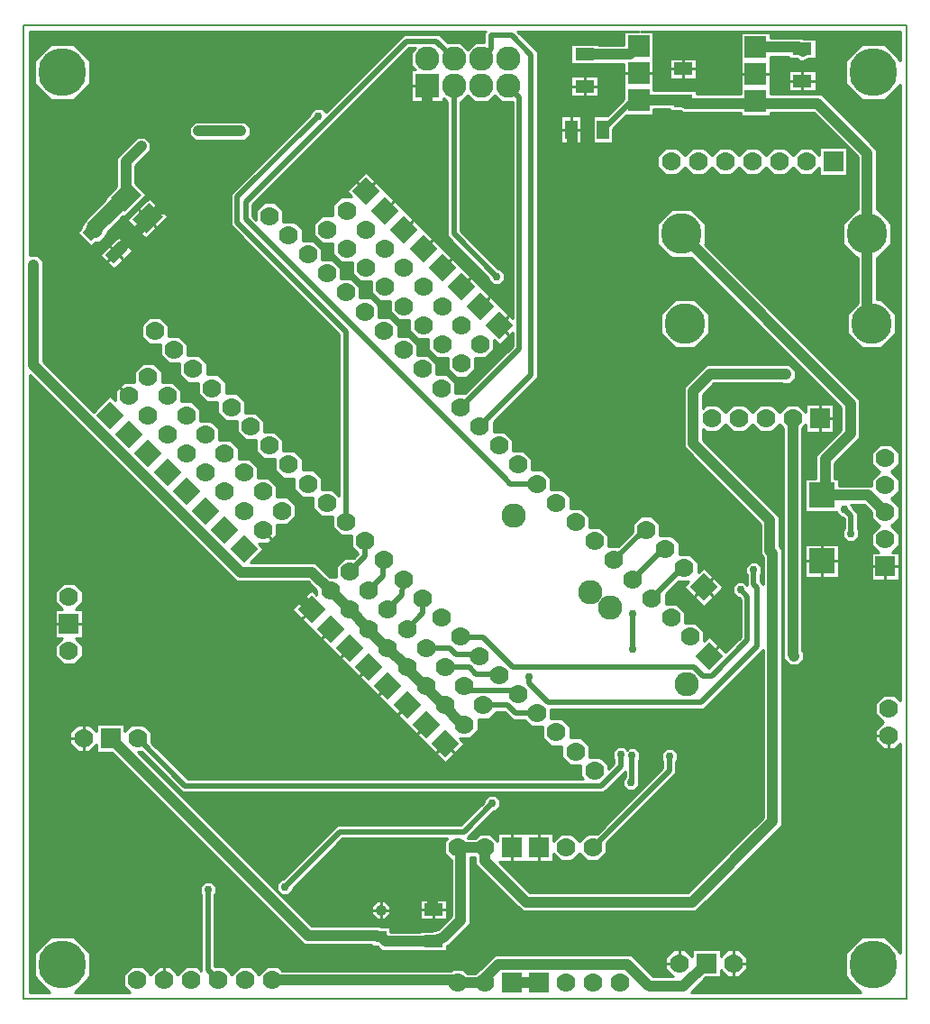
<source format=gbr>
G04 PROTEUS GERBER X2 FILE*
%TF.GenerationSoftware,Labcenter,Proteus,8.15-SP1-Build34318*%
%TF.CreationDate,2023-08-09T10:16:53+00:00*%
%TF.FileFunction,Copper,L2,Bot*%
%TF.FilePolarity,Positive*%
%TF.Part,Single*%
%TF.SameCoordinates,{0049c899-80f1-4e30-9ba5-08a3a9b55963}*%
%FSLAX45Y45*%
%MOMM*%
G01*
%TA.AperFunction,Conductor*%
%ADD11C,1.524000*%
%ADD12C,1.016000*%
%ADD10C,0.508000*%
%TA.AperFunction,ViaPad*%
%ADD13C,0.508000*%
%ADD14C,0.762000*%
%TA.AperFunction,Conductor*%
%ADD28C,0.254000*%
%TA.AperFunction,ComponentPad*%
%ADD15R,2.286000X2.286000*%
%ADD16C,2.286000*%
%TA.AperFunction,OtherPad,Unknown*%
%ADD17C,4.500000*%
%TA.AperFunction,ComponentPad*%
%ADD18C,1.778000*%
%AMPPAD009*
4,1,4,
0.000000,-1.347040,
-1.347040,0.000000,
0.000000,1.347040,
1.347040,0.000000,
0.000000,-1.347040,
0*%
%ADD19PPAD009*%
%TA.AperFunction,ComponentPad*%
%ADD20R,2.032000X2.032000*%
%ADD21R,1.905000X1.905000*%
%TA.AperFunction,ComponentPad*%
%ADD22C,3.810000*%
%TA.AperFunction,SMDPad,CuDef*%
%ADD29R,2.438400X2.362200*%
%AMPPAD022*
4,1,4,
-0.161640,-1.436840,
-1.436840,-0.161640,
0.161640,1.436840,
1.436840,0.161640,
-0.161640,-1.436840,
0*%
%ADD72PPAD022*%
%ADD24R,1.803400X1.143000*%
%AMPPAD023*
4,1,4,
-0.233490,-1.041710,
-1.041710,-0.233490,
0.233490,1.041710,
1.041710,0.233490,
-0.233490,-1.041710,
0*%
%ADD73PPAD023*%
%TA.AperFunction,WasherPad*%
%ADD25R,1.050000X1.050000*%
%TA.AperFunction,ComponentPad*%
%ADD26C,1.050000*%
%TA.AperFunction,SMDPad,CuDef*%
%ADD30R,1.143000X1.803400*%
%TA.AperFunction,Profile*%
%ADD27C,0.203200*%
%TD.AperFunction*%
%TA.AperFunction,Conductor*%
G36*
X+7622540Y+8751538D02*
X+7474979Y+8899099D01*
X+7257021Y+8899099D01*
X+7102901Y+8744979D01*
X+7102901Y+8527021D01*
X+7257021Y+8372901D01*
X+7474979Y+8372901D01*
X+7622540Y+8520462D01*
X+7622540Y+2733356D01*
X+7566977Y+2788919D01*
X+7459663Y+2788919D01*
X+7383781Y+2713037D01*
X+7383781Y+2605723D01*
X+7457124Y+2532380D01*
X+7383781Y+2459037D01*
X+7383781Y+2351723D01*
X+7459663Y+2275841D01*
X+7566977Y+2275841D01*
X+7622540Y+2331404D01*
X+7622540Y+369538D01*
X+7474979Y+517099D01*
X+7257021Y+517099D01*
X+7102901Y+362979D01*
X+7102901Y+145021D01*
X+7250463Y-2541D01*
X+5653845Y-2541D01*
X+5790471Y+134085D01*
X+5931447Y+134085D01*
X+5931447Y+204888D01*
X+5998440Y+137895D01*
X+6105754Y+137895D01*
X+6181636Y+213777D01*
X+6181636Y+321091D01*
X+6105754Y+396973D01*
X+5998440Y+396973D01*
X+5931447Y+329980D01*
X+5931447Y+400783D01*
X+5664749Y+400783D01*
X+5664749Y+329979D01*
X+5597755Y+396973D01*
X+5490441Y+396973D01*
X+5414559Y+321091D01*
X+5414559Y+213777D01*
X+5486545Y+141791D01*
X+5301557Y+141791D01*
X+5095369Y+347979D01*
X+3807744Y+347979D01*
X+3675070Y+215305D01*
X+3662329Y+215305D01*
X+3621689Y+174665D01*
X+3556283Y+174665D01*
X+3515643Y+215305D01*
X+3408329Y+215305D01*
X+3391491Y+198467D01*
X+1815234Y+198467D01*
X+1774594Y+239107D01*
X+1667280Y+239107D01*
X+1593936Y+165763D01*
X+1520593Y+239107D01*
X+1413279Y+239107D01*
X+1339936Y+165764D01*
X+1266594Y+239107D01*
X+1179727Y+239107D01*
X+1179727Y+912902D01*
X+1192427Y+925602D01*
X+1192427Y+988728D01*
X+1147791Y+1033364D01*
X+1084665Y+1033364D01*
X+1040029Y+988728D01*
X+1040029Y+925602D01*
X+1052729Y+912902D01*
X+1052729Y+198972D01*
X+1012594Y+239107D01*
X+905280Y+239107D01*
X+831937Y+165764D01*
X+758594Y+239107D01*
X+651280Y+239107D01*
X+577937Y+165764D01*
X+504594Y+239107D01*
X+397280Y+239107D01*
X+321398Y+163225D01*
X+321398Y+55911D01*
X+379850Y-2541D01*
X-138463Y-2541D01*
X+9099Y+145021D01*
X+9099Y+362979D01*
X-145021Y+517099D01*
X-362979Y+517099D01*
X-517099Y+362979D01*
X-517099Y+145021D01*
X-369537Y-2541D01*
X-558800Y-2541D01*
X-558800Y+5795018D01*
X+1382462Y+3853756D01*
X+2055470Y+3853756D01*
X+2137254Y+3771972D01*
X+2137254Y+3727068D01*
X+2087188Y+3777134D01*
X+1898604Y+3588550D01*
X+3344423Y+2142730D01*
X+3533007Y+2331314D01*
X+3482941Y+2381380D01*
X+3577686Y+2381380D01*
X+3653568Y+2457262D01*
X+3653568Y+2560985D01*
X+3757291Y+2560985D01*
X+3823331Y+2627025D01*
X+3905874Y+2627025D01*
X+3979637Y+2553262D01*
X+4089203Y+2553262D01*
X+4155243Y+2487222D01*
X+4258966Y+2487222D01*
X+4258966Y+2383499D01*
X+4334848Y+2307617D01*
X+4438571Y+2307617D01*
X+4438571Y+2203893D01*
X+4514453Y+2128011D01*
X+4618177Y+2128011D01*
X+4618177Y+2024288D01*
X+4643611Y+1998854D01*
X+928126Y+1998854D01*
X+584199Y+2342781D01*
X+584199Y+2436177D01*
X+508317Y+2512059D01*
X+401003Y+2512059D01*
X+334009Y+2445065D01*
X+334009Y+2515869D01*
X+67311Y+2515869D01*
X+67311Y+2445065D01*
X+317Y+2512059D01*
X-106997Y+2512059D01*
X-182879Y+2436177D01*
X-182879Y+2328863D01*
X-106997Y+2252981D01*
X+317Y+2252981D01*
X+67311Y+2319975D01*
X+67311Y+2249171D01*
X+208287Y+2249171D01*
X+2018432Y+439026D01*
X+2650061Y+439026D01*
X+2650061Y+427021D01*
X+2705537Y+427021D01*
X+2747037Y+385521D01*
X+3107691Y+385521D01*
X+3107691Y+379171D01*
X+3364229Y+379171D01*
X+3364229Y+429649D01*
X+3376263Y+435457D01*
X+3578891Y+638085D01*
X+3578891Y+1266867D01*
X+3621689Y+1266867D01*
X+3627087Y+1261469D01*
X+3627087Y+1195111D01*
X+4069617Y+752581D01*
X+5699222Y+752581D01*
X+6510019Y+1563378D01*
X+6510019Y+4156026D01*
X+6483516Y+4182529D01*
X+6483516Y+4465056D01*
X+5762112Y+5186460D01*
X+5762112Y+5288177D01*
X+5793818Y+5256471D01*
X+5901132Y+5256471D01*
X+5974475Y+5329814D01*
X+6047818Y+5256471D01*
X+6155132Y+5256471D01*
X+6228475Y+5329814D01*
X+6301819Y+5256471D01*
X+6409133Y+5256471D01*
X+6482476Y+5329814D01*
X+6520577Y+5291713D01*
X+6520577Y+3128894D01*
X+6585332Y+3064139D01*
X+6658978Y+3064139D01*
X+6711054Y+3116215D01*
X+6711054Y+3189861D01*
X+6698375Y+3202540D01*
X+6698375Y+5291713D01*
X+6730127Y+5323465D01*
X+6730127Y+5252661D01*
X+6996825Y+5252661D01*
X+6996825Y+5519359D01*
X+6730127Y+5519359D01*
X+6730127Y+5448555D01*
X+6663133Y+5515549D01*
X+6555819Y+5515549D01*
X+6482476Y+5442206D01*
X+6409133Y+5515549D01*
X+6301819Y+5515549D01*
X+6228475Y+5442205D01*
X+6155132Y+5515549D01*
X+6047818Y+5515549D01*
X+5974475Y+5442206D01*
X+5901132Y+5515549D01*
X+5793818Y+5515549D01*
X+5762112Y+5483843D01*
X+5762112Y+5606985D01*
X+5869927Y+5714800D01*
X+6504353Y+5714800D01*
X+6508469Y+5710684D01*
X+6582115Y+5710684D01*
X+6634191Y+5762760D01*
X+6634191Y+5836406D01*
X+6577999Y+5892598D01*
X+5796281Y+5892598D01*
X+5584314Y+5680631D01*
X+5584314Y+5112814D01*
X+6305718Y+4391410D01*
X+6305718Y+4108883D01*
X+6332221Y+4082380D01*
X+6332221Y+3826697D01*
X+6305971Y+3852947D01*
X+6305971Y+3917996D01*
X+6318671Y+3930696D01*
X+6318671Y+3993822D01*
X+6274035Y+4038458D01*
X+6210909Y+4038458D01*
X+6166273Y+3993822D01*
X+6166273Y+3930696D01*
X+6178973Y+3917996D01*
X+6178973Y+3821216D01*
X+6149362Y+3850827D01*
X+6086236Y+3850827D01*
X+6041600Y+3806191D01*
X+6041600Y+3743065D01*
X+6086236Y+3698429D01*
X+6104198Y+3698429D01*
X+6117581Y+3685046D01*
X+6117581Y+3328363D01*
X+5979362Y+3190144D01*
X+5825346Y+3344160D01*
X+5775280Y+3294094D01*
X+5775280Y+3388838D01*
X+5699398Y+3464720D01*
X+5595675Y+3464720D01*
X+5595675Y+3568443D01*
X+5519793Y+3644325D01*
X+5416070Y+3644325D01*
X+5416070Y+3734130D01*
X+5536002Y+3854062D01*
X+5538688Y+3851376D01*
X+5633432Y+3851376D01*
X+5583366Y+3801310D01*
X+5771950Y+3612726D01*
X+5960534Y+3801310D01*
X+5771950Y+3989894D01*
X+5721884Y+3939828D01*
X+5721884Y+4034572D01*
X+5646002Y+4110454D01*
X+5542279Y+4110454D01*
X+5542279Y+4214177D01*
X+5466397Y+4290059D01*
X+5362674Y+4290059D01*
X+5362674Y+4393782D01*
X+5286792Y+4469664D01*
X+5179478Y+4469664D01*
X+5103596Y+4393782D01*
X+5103596Y+4319677D01*
X+4967060Y+4183141D01*
X+4877255Y+4183141D01*
X+4877255Y+4286864D01*
X+4801373Y+4362746D01*
X+4697649Y+4362746D01*
X+4697649Y+4466469D01*
X+4621767Y+4542351D01*
X+4518044Y+4542351D01*
X+4518044Y+4646074D01*
X+4442162Y+4721956D01*
X+4338439Y+4721956D01*
X+4338439Y+4825679D01*
X+4262557Y+4901561D01*
X+4158834Y+4901561D01*
X+4158834Y+5005284D01*
X+4082952Y+5081166D01*
X+3979229Y+5081166D01*
X+3979229Y+5184889D01*
X+3903347Y+5260771D01*
X+3799624Y+5260771D01*
X+3799624Y+5350576D01*
X+4216054Y+5767006D01*
X+4216054Y+8828750D01*
X+4025263Y+9019541D01*
X+5167305Y+9019541D01*
X+5167303Y+9019539D01*
X+5024121Y+9019539D01*
X+5024121Y+8895079D01*
X+4781549Y+8895079D01*
X+4781549Y+8901429D01*
X+4525011Y+8901429D01*
X+4525011Y+8710931D01*
X+4781549Y+8710931D01*
X+4781549Y+8717281D01*
X+5024121Y+8717281D01*
X+5024121Y+8387701D01*
X+4864749Y+8228329D01*
X+4731031Y+8228329D01*
X+4731031Y+7971791D01*
X+4921529Y+7971791D01*
X+4921529Y+8105509D01*
X+5048161Y+8232141D01*
X+5303519Y+8232141D01*
X+5303519Y+8288241D01*
X+5452111Y+8288241D01*
X+5452111Y+8274051D01*
X+5553299Y+8274051D01*
X+5572225Y+8255125D01*
X+6121401Y+8255125D01*
X+6121401Y+8224521D01*
X+6400799Y+8224521D01*
X+6400799Y+8255125D01*
X+6805812Y+8255125D01*
X+7221161Y+7839776D01*
X+7221161Y+7348219D01*
X+7215371Y+7348219D01*
X+7081461Y+7214309D01*
X+7081461Y+7024931D01*
X+7215371Y+6891021D01*
X+7221161Y+6891021D01*
X+7221161Y+6472629D01*
X+7119561Y+6371029D01*
X+7119561Y+6181651D01*
X+7253471Y+6047741D01*
X+7442849Y+6047741D01*
X+7576759Y+6181651D01*
X+7576759Y+6371029D01*
X+7442849Y+6504939D01*
X+7398959Y+6504939D01*
X+7398959Y+6891021D01*
X+7404749Y+6891021D01*
X+7538659Y+7024931D01*
X+7538659Y+7214309D01*
X+7404749Y+7348219D01*
X+7398959Y+7348219D01*
X+7398959Y+7913422D01*
X+6879458Y+8432923D01*
X+6400799Y+8432923D01*
X+6400799Y+8783321D01*
X+6572251Y+8783321D01*
X+6572251Y+8762011D01*
X+6650237Y+8762011D01*
X+6682899Y+8729349D01*
X+6754279Y+8762011D01*
X+6828789Y+8762011D01*
X+6828789Y+8952509D01*
X+6711183Y+8952509D01*
X+6702573Y+8961119D01*
X+6400799Y+8961119D01*
X+6400799Y+9011919D01*
X+6121401Y+9011919D01*
X+6121401Y+8432923D01*
X+5708649Y+8432923D01*
X+5708649Y+8464549D01*
X+5614245Y+8464549D01*
X+5612755Y+8466039D01*
X+5303519Y+8466039D01*
X+5303519Y+9019539D01*
X+5178926Y+9019539D01*
X+5178923Y+9019541D01*
X+7622540Y+9019541D01*
X+7622540Y+8751538D01*
G37*
%TD.AperFunction*%
%LPC*%
G36*
X-60979Y+3764765D02*
X-60979Y+3657451D01*
X-127974Y+3590456D01*
X-57168Y+3590456D01*
X-57168Y+3323758D01*
X-127972Y+3323758D01*
X-60979Y+3256765D01*
X-60979Y+3149451D01*
X-136861Y+3073569D01*
X-244175Y+3073569D01*
X-320057Y+3149451D01*
X-320057Y+3256765D01*
X-253064Y+3323758D01*
X-323866Y+3323758D01*
X-323866Y+3590456D01*
X-253062Y+3590456D01*
X-320057Y+3657451D01*
X-320057Y+3764765D01*
X-244175Y+3840647D01*
X-136861Y+3840647D01*
X-60979Y+3764765D01*
G37*
G36*
X+7123825Y+7665661D02*
X+6857127Y+7665661D01*
X+6857127Y+7736465D01*
X+6790133Y+7669471D01*
X+6682819Y+7669471D01*
X+6609475Y+7742814D01*
X+6536133Y+7669472D01*
X+6428819Y+7669472D01*
X+6355476Y+7742815D01*
X+6282133Y+7669472D01*
X+6174819Y+7669472D01*
X+6101476Y+7742815D01*
X+6028132Y+7669471D01*
X+5920818Y+7669471D01*
X+5847475Y+7742814D01*
X+5774132Y+7669471D01*
X+5666818Y+7669471D01*
X+5593475Y+7742813D01*
X+5520133Y+7669471D01*
X+5412819Y+7669471D01*
X+5336937Y+7745353D01*
X+5336937Y+7852667D01*
X+5412819Y+7928549D01*
X+5520133Y+7928549D01*
X+5593475Y+7855206D01*
X+5666818Y+7928549D01*
X+5774132Y+7928549D01*
X+5847475Y+7855206D01*
X+5920818Y+7928549D01*
X+6028132Y+7928549D01*
X+6101475Y+7855206D01*
X+6174819Y+7928550D01*
X+6282133Y+7928550D01*
X+6355476Y+7855207D01*
X+6428819Y+7928550D01*
X+6536133Y+7928550D01*
X+6609476Y+7855206D01*
X+6682819Y+7928549D01*
X+6790133Y+7928549D01*
X+6857127Y+7861555D01*
X+6857127Y+7932359D01*
X+7123825Y+7932359D01*
X+7123825Y+7665661D01*
G37*
G36*
X+5788659Y+7214309D02*
X+5788659Y+7024931D01*
X+5784565Y+7020837D01*
X+7242688Y+5562714D01*
X+7242688Y+5202278D01*
X+7005319Y+4964909D01*
X+7005319Y+4822429D01*
X+7043419Y+4822429D01*
X+7043419Y+4755119D01*
X+7350761Y+4755119D01*
X+7350761Y+4811077D01*
X+7424104Y+4884420D01*
X+7350761Y+4957763D01*
X+7350761Y+5065077D01*
X+7426643Y+5140959D01*
X+7533957Y+5140959D01*
X+7609839Y+5065077D01*
X+7609839Y+4957763D01*
X+7536496Y+4884420D01*
X+7609839Y+4811077D01*
X+7609839Y+4703763D01*
X+7536496Y+4630420D01*
X+7609839Y+4557077D01*
X+7609839Y+4449763D01*
X+7536496Y+4376420D01*
X+7609839Y+4303077D01*
X+7609839Y+4195763D01*
X+7542845Y+4128769D01*
X+7613649Y+4128769D01*
X+7613649Y+3862071D01*
X+7346951Y+3862071D01*
X+7346951Y+4128769D01*
X+7417755Y+4128769D01*
X+7350761Y+4195763D01*
X+7350761Y+4303077D01*
X+7424104Y+4376420D01*
X+7350761Y+4449763D01*
X+7350761Y+4507237D01*
X+7280677Y+4577321D01*
X+7158069Y+4577321D01*
X+7169633Y+4565757D01*
X+7169633Y+4547795D01*
X+7218993Y+4498435D01*
X+7218993Y+4351269D01*
X+7231693Y+4338569D01*
X+7231693Y+4275443D01*
X+7187057Y+4230807D01*
X+7123931Y+4230807D01*
X+7079295Y+4275443D01*
X+7079295Y+4338569D01*
X+7091995Y+4351269D01*
X+7091995Y+4445833D01*
X+7079833Y+4457995D01*
X+7061871Y+4457995D01*
X+7017235Y+4502631D01*
X+7017235Y+4510011D01*
X+6723381Y+4510011D01*
X+6723381Y+4822429D01*
X+6827521Y+4822429D01*
X+6827521Y+5038555D01*
X+7064890Y+5275924D01*
X+7064890Y+5489068D01*
X+5658843Y+6895115D01*
X+5654749Y+6891021D01*
X+5465371Y+6891021D01*
X+5331461Y+7024931D01*
X+5331461Y+7214309D01*
X+5465371Y+7348219D01*
X+5654749Y+7348219D01*
X+5788659Y+7214309D01*
G37*
G36*
X+5369561Y+6181651D02*
X+5369561Y+6371029D01*
X+5503471Y+6504939D01*
X+5692849Y+6504939D01*
X+5826759Y+6371029D01*
X+5826759Y+6181651D01*
X+5692849Y+6047741D01*
X+5503471Y+6047741D01*
X+5369561Y+6181651D01*
G37*
G36*
X+6723381Y+3890011D02*
X+6723381Y+4202429D01*
X+7043419Y+4202429D01*
X+7043419Y+3890011D01*
X+6723381Y+3890011D01*
G37*
G36*
X+5708649Y+8764549D02*
X+5708649Y+8574051D01*
X+5452111Y+8574051D01*
X+5452111Y+8764549D01*
X+5708649Y+8764549D01*
G37*
G36*
X+6828789Y+8652509D02*
X+6828789Y+8462011D01*
X+6572251Y+8462011D01*
X+6572251Y+8652509D01*
X+6828789Y+8652509D01*
G37*
G36*
X+4781549Y+8601429D02*
X+4781549Y+8410931D01*
X+4525011Y+8410931D01*
X+4525011Y+8601429D01*
X+4781549Y+8601429D01*
G37*
G36*
X+4431031Y+8228329D02*
X+4621529Y+8228329D01*
X+4621529Y+7971791D01*
X+4431031Y+7971791D01*
X+4431031Y+8228329D01*
G37*
G36*
X+4356492Y+7234216D02*
X+4356492Y+7255258D01*
X+4371371Y+7270137D01*
X+4392413Y+7270137D01*
X+4407292Y+7255258D01*
X+4407292Y+7234216D01*
X+4392413Y+7219337D01*
X+4371371Y+7219337D01*
X+4356492Y+7234216D01*
G37*
G36*
X+1607005Y+3717132D02*
X+1607005Y+3738174D01*
X+1621884Y+3753053D01*
X+1642926Y+3753053D01*
X+1657805Y+3738174D01*
X+1657805Y+3717132D01*
X+1642926Y+3702253D01*
X+1621884Y+3702253D01*
X+1607005Y+3717132D01*
G37*
%LPD*%
%TA.AperFunction,Conductor*%
G36*
X+3712759Y+9009058D02*
X+3712759Y+8915399D01*
X+3619874Y+8915399D01*
X+3556000Y+8851525D01*
X+3492126Y+8915399D01*
X+3366401Y+8915399D01*
X+3290202Y+8991598D01*
X+2953795Y+8991598D01*
X+2223700Y+8261503D01*
X+2182337Y+8302866D01*
X+2119211Y+8302866D01*
X+2074575Y+8258230D01*
X+2074575Y+8240268D01*
X+1328876Y+7494569D01*
X+1328876Y+7195747D01*
X+2349350Y+6175273D01*
X+2349350Y+4659507D01*
X+2286901Y+4721956D01*
X+2183178Y+4721956D01*
X+2183178Y+4825679D01*
X+2107296Y+4901561D01*
X+2003573Y+4901561D01*
X+2003573Y+5005284D01*
X+1927691Y+5081166D01*
X+1823967Y+5081166D01*
X+1823967Y+5184889D01*
X+1748085Y+5260771D01*
X+1644362Y+5260771D01*
X+1644362Y+5364494D01*
X+1568480Y+5440376D01*
X+1464757Y+5440376D01*
X+1464757Y+5544100D01*
X+1388875Y+5619982D01*
X+1285152Y+5619982D01*
X+1285152Y+5723705D01*
X+1209270Y+5799587D01*
X+1105547Y+5799587D01*
X+1105547Y+5903310D01*
X+1029665Y+5979192D01*
X+925942Y+5979192D01*
X+925942Y+6082915D01*
X+850060Y+6158797D01*
X+746337Y+6158797D01*
X+746337Y+6262520D01*
X+670455Y+6338402D01*
X+563141Y+6338402D01*
X+487259Y+6262520D01*
X+487259Y+6155206D01*
X+563141Y+6079324D01*
X+666864Y+6079324D01*
X+666864Y+5975601D01*
X+742746Y+5899719D01*
X+846469Y+5899719D01*
X+846469Y+5795996D01*
X+922351Y+5720114D01*
X+1026074Y+5720114D01*
X+1026074Y+5616391D01*
X+1101956Y+5540509D01*
X+1205679Y+5540509D01*
X+1205679Y+5436786D01*
X+1281561Y+5360904D01*
X+1385284Y+5360904D01*
X+1385284Y+5257180D01*
X+1461166Y+5181298D01*
X+1564889Y+5181298D01*
X+1564889Y+5077575D01*
X+1640771Y+5001693D01*
X+1744495Y+5001693D01*
X+1744495Y+4897970D01*
X+1820377Y+4822088D01*
X+1924100Y+4822088D01*
X+1924100Y+4718365D01*
X+1999982Y+4642483D01*
X+2103705Y+4642483D01*
X+2103705Y+4538760D01*
X+2179587Y+4462878D01*
X+2283310Y+4462878D01*
X+2283310Y+4359155D01*
X+2359192Y+4283273D01*
X+2462915Y+4283273D01*
X+2462915Y+4179550D01*
X+2525651Y+4116813D01*
X+2486137Y+4077299D01*
X+2392741Y+4077299D01*
X+2316859Y+4001417D01*
X+2316859Y+3897694D01*
X+2262976Y+3897694D01*
X+2129116Y+4031554D01*
X+1514141Y+4031554D01*
X+1640773Y+4158186D01*
X+1590707Y+4208252D01*
X+1685451Y+4208252D01*
X+1761333Y+4284134D01*
X+1761333Y+4387857D01*
X+1865056Y+4387857D01*
X+1940938Y+4463739D01*
X+1940938Y+4571053D01*
X+1865056Y+4646935D01*
X+1761333Y+4646935D01*
X+1761333Y+4750659D01*
X+1685451Y+4826541D01*
X+1581728Y+4826541D01*
X+1581728Y+4930264D01*
X+1505846Y+5006146D01*
X+1402123Y+5006146D01*
X+1402123Y+5109869D01*
X+1326241Y+5185751D01*
X+1222518Y+5185751D01*
X+1222518Y+5289474D01*
X+1146636Y+5365356D01*
X+1042913Y+5365356D01*
X+1042913Y+5469079D01*
X+967031Y+5544961D01*
X+863308Y+5544961D01*
X+863308Y+5648684D01*
X+787426Y+5724566D01*
X+683703Y+5724566D01*
X+683703Y+5828289D01*
X+607821Y+5904171D01*
X+500507Y+5904171D01*
X+424625Y+5828289D01*
X+424625Y+5724566D01*
X+320901Y+5724566D01*
X+245019Y+5648684D01*
X+245019Y+5553940D01*
X+194953Y+5604006D01*
X+39304Y+5448357D01*
X-431889Y+5919551D01*
X-431889Y+6864416D01*
X-483965Y+6916492D01*
X-557611Y+6916492D01*
X-558800Y+6915303D01*
X-558800Y+9019541D01*
X+3723242Y+9019541D01*
X+3712759Y+9009058D01*
G37*
%TD.AperFunction*%
%LPC*%
G36*
X-517099Y+8527021D02*
X-517099Y+8744979D01*
X-362979Y+8899099D01*
X-145021Y+8899099D01*
X+9099Y+8744979D01*
X+9099Y+8527021D01*
X-145021Y+8372901D01*
X-362979Y+8372901D01*
X-517099Y+8527021D01*
G37*
G36*
X+577799Y+7977767D02*
X+577799Y+7904121D01*
X+525723Y+7852045D01*
X+523996Y+7852045D01*
X+432478Y+7760527D01*
X+432478Y+7594969D01*
X+541143Y+7486304D01*
X+327415Y+7272576D01*
X+317536Y+7282455D01*
X+167289Y+7132208D01*
X+167289Y+7119225D01*
X+123795Y+7059205D01*
X+89212Y+7038341D01*
X+62271Y+7038341D01*
X+18519Y+6994589D01*
X-116183Y+7129291D01*
X-72431Y+7173043D01*
X-72431Y+7199984D01*
X-61309Y+7211106D01*
X-61309Y+7226894D01*
X+155894Y+7444097D01*
X+146015Y+7453976D01*
X+254680Y+7562641D01*
X+254680Y+7834173D01*
X+450350Y+8029843D01*
X+525723Y+8029843D01*
X+577799Y+7977767D01*
G37*
G36*
X+532476Y+7067516D02*
X+351076Y+7248916D01*
X+564804Y+7462644D01*
X+746204Y+7281244D01*
X+532476Y+7067516D01*
G37*
G36*
X+230651Y+6782457D02*
X+95949Y+6917159D01*
X+277349Y+7098559D01*
X+412051Y+6963857D01*
X+230651Y+6782457D01*
G37*
G36*
X+1082040Y+7340239D02*
X+1082040Y+7361281D01*
X+1096919Y+7376160D01*
X+1117961Y+7376160D01*
X+1132840Y+7361281D01*
X+1132840Y+7340239D01*
X+1117961Y+7325360D01*
X+1096919Y+7325360D01*
X+1082040Y+7340239D01*
G37*
G36*
X+1463126Y+8174896D02*
X+1515202Y+8122820D01*
X+1515202Y+8049174D01*
X+1463126Y+7997098D01*
X+1389480Y+7997098D01*
X+1388037Y+7998541D01*
X+988317Y+7998541D01*
X+936241Y+8050617D01*
X+936241Y+8124263D01*
X+988317Y+8176339D01*
X+1461683Y+8176339D01*
X+1463126Y+8174896D01*
G37*
%LPD*%
%TA.AperFunction,Conductor*%
G36*
X+3022601Y+8826126D02*
X+3022601Y+8699874D01*
X+3061076Y+8661399D01*
X+3022601Y+8661399D01*
X+3022601Y+8356601D01*
X+3327399Y+8356601D01*
X+3327399Y+8395076D01*
X+3363362Y+8359113D01*
X+3363362Y+7093049D01*
X+3753089Y+6703322D01*
X+3753089Y+6685360D01*
X+3797725Y+6640724D01*
X+3860851Y+6640724D01*
X+3905487Y+6685360D01*
X+3905487Y+6748486D01*
X+3860851Y+6793122D01*
X+3842889Y+6793122D01*
X+3490358Y+7145653D01*
X+3490358Y+8356601D01*
X+3492126Y+8356601D01*
X+3556000Y+8420475D01*
X+3619874Y+8356601D01*
X+3746126Y+8356601D01*
X+3810000Y+8420475D01*
X+3873874Y+8356601D01*
X+3977641Y+8356601D01*
X+3977641Y+6326910D01*
X+3496247Y+6808304D01*
X+3496246Y+6808303D01*
X+3325619Y+6978929D01*
X+3325620Y+6978930D01*
X+2598221Y+7706329D01*
X+2409637Y+7517745D01*
X+2459703Y+7467679D01*
X+2364959Y+7467679D01*
X+2289077Y+7391797D01*
X+2289077Y+7288074D01*
X+2185354Y+7288074D01*
X+2109472Y+7212192D01*
X+2109472Y+7104878D01*
X+2185354Y+7028996D01*
X+2289077Y+7028996D01*
X+2289077Y+6925273D01*
X+2364959Y+6849391D01*
X+2468682Y+6849391D01*
X+2468682Y+6745668D01*
X+2544564Y+6669786D01*
X+2648287Y+6669786D01*
X+2648287Y+6566063D01*
X+2724169Y+6490181D01*
X+2827892Y+6490181D01*
X+2827892Y+6386458D01*
X+2903774Y+6310576D01*
X+3007497Y+6310576D01*
X+3007497Y+6206853D01*
X+3083379Y+6130971D01*
X+3187102Y+6130971D01*
X+3187102Y+6027247D01*
X+3262984Y+5951365D01*
X+3366708Y+5951365D01*
X+3366708Y+5847642D01*
X+3442590Y+5771760D01*
X+3549904Y+5771760D01*
X+3625786Y+5847642D01*
X+3625786Y+5951365D01*
X+3729509Y+5951365D01*
X+3805391Y+6027247D01*
X+3805391Y+6121992D01*
X+3855457Y+6071926D01*
X+3977641Y+6194110D01*
X+3977641Y+6067404D01*
X+3530219Y+5619982D01*
X+3440414Y+5619982D01*
X+3440414Y+5723705D01*
X+3364532Y+5799587D01*
X+3260808Y+5799587D01*
X+3260808Y+5903310D01*
X+3184926Y+5979192D01*
X+3081203Y+5979192D01*
X+3081203Y+6082915D01*
X+3005321Y+6158797D01*
X+2901598Y+6158797D01*
X+2901598Y+6262520D01*
X+2825716Y+6338402D01*
X+2721993Y+6338402D01*
X+2721993Y+6442125D01*
X+2646111Y+6518007D01*
X+2542388Y+6518007D01*
X+2542388Y+6621730D01*
X+2466506Y+6697612D01*
X+2362783Y+6697612D01*
X+2362783Y+6801335D01*
X+2286901Y+6877217D01*
X+2183178Y+6877217D01*
X+2183178Y+6980941D01*
X+2107296Y+7056823D01*
X+2003573Y+7056823D01*
X+2003573Y+7160546D01*
X+1927691Y+7236428D01*
X+1823967Y+7236428D01*
X+1823967Y+7340151D01*
X+1748085Y+7416033D01*
X+1640771Y+7416033D01*
X+1564889Y+7340151D01*
X+1564889Y+7253447D01*
X+1534121Y+7284215D01*
X+1534121Y+7392324D01*
X+3006399Y+8864602D01*
X+3061077Y+8864602D01*
X+3022601Y+8826126D01*
G37*
%TD.AperFunction*%
%LPC*%
G36*
X+3264406Y+7872483D02*
X+3264406Y+7893525D01*
X+3279285Y+7908404D01*
X+3300327Y+7908404D01*
X+3315206Y+7893525D01*
X+3315206Y+7872483D01*
X+3300327Y+7857604D01*
X+3279285Y+7857604D01*
X+3264406Y+7872483D01*
G37*
%LPD*%
%TA.AperFunction,Conductor*%
G36*
X+6332221Y+1637024D02*
X+5625576Y+930379D01*
X+4143263Y+930379D01*
X+3851225Y+1222417D01*
X+4357335Y+1222417D01*
X+4357335Y+1293221D01*
X+4424329Y+1226227D01*
X+4531643Y+1226227D01*
X+4604986Y+1299570D01*
X+4678329Y+1226227D01*
X+4785643Y+1226227D01*
X+4861525Y+1302109D01*
X+4861525Y+1395505D01*
X+5515496Y+2049476D01*
X+5515496Y+2163734D01*
X+5528196Y+2176434D01*
X+5528196Y+2239560D01*
X+5483560Y+2284196D01*
X+5420434Y+2284196D01*
X+5375798Y+2239560D01*
X+5375798Y+2176434D01*
X+5388498Y+2163734D01*
X+5388498Y+2102078D01*
X+4771725Y+1485305D01*
X+4678329Y+1485305D01*
X+4604986Y+1411962D01*
X+4531643Y+1485305D01*
X+4424329Y+1485305D01*
X+4357335Y+1418311D01*
X+4357335Y+1489115D01*
X+3836637Y+1489115D01*
X+3836637Y+1418311D01*
X+3769643Y+1485305D01*
X+3662329Y+1485305D01*
X+3621689Y+1444665D01*
X+3556283Y+1444665D01*
X+3553887Y+1447061D01*
X+3799181Y+1692355D01*
X+3817143Y+1692355D01*
X+3861779Y+1736991D01*
X+3861779Y+1800117D01*
X+3817143Y+1844753D01*
X+3754017Y+1844753D01*
X+3709381Y+1800117D01*
X+3709381Y+1782155D01*
X+3491865Y+1564639D01*
X+2324758Y+1564639D01*
X+1819942Y+1059823D01*
X+1801980Y+1059823D01*
X+1757344Y+1015187D01*
X+1757344Y+952061D01*
X+1801980Y+907425D01*
X+1865106Y+907425D01*
X+1909742Y+952061D01*
X+1909742Y+970023D01*
X+2377360Y+1437641D01*
X+3360665Y+1437641D01*
X+3332447Y+1409423D01*
X+3332447Y+1302109D01*
X+3401093Y+1233463D01*
X+3401093Y+711731D01*
X+3278074Y+588712D01*
X+3218876Y+569669D01*
X+3107691Y+569669D01*
X+3107691Y+563319D01*
X+2831259Y+563319D01*
X+2831259Y+608219D01*
X+2764172Y+608219D01*
X+2696797Y+616824D01*
X+2092078Y+616824D01*
X+455921Y+2252981D01*
X+494399Y+2252981D01*
X+875524Y+1871856D01*
X+4837600Y+1871856D01*
X+5037779Y+2072035D01*
X+5037779Y+2019342D01*
X+5013714Y+1995277D01*
X+5013714Y+1932151D01*
X+5058350Y+1887515D01*
X+5121476Y+1887515D01*
X+5166112Y+1932151D01*
X+5166112Y+1995277D01*
X+5164777Y+1996612D01*
X+5164777Y+2172198D01*
X+5177477Y+2184898D01*
X+5177477Y+2248024D01*
X+5132841Y+2292660D01*
X+5069715Y+2292660D01*
X+5052160Y+2275105D01*
X+5026370Y+2300897D01*
X+4963244Y+2300897D01*
X+4918608Y+2256261D01*
X+4918608Y+2193135D01*
X+4931308Y+2180435D01*
X+4931308Y+2145164D01*
X+4877255Y+2091111D01*
X+4877255Y+2131602D01*
X+4801373Y+2207484D01*
X+4697649Y+2207484D01*
X+4697649Y+2311207D01*
X+4621767Y+2387089D01*
X+4518044Y+2387089D01*
X+4518044Y+2490813D01*
X+4442162Y+2566695D01*
X+4338439Y+2566695D01*
X+4338439Y+2656251D01*
X+5775800Y+2656251D01*
X+6332221Y+3212672D01*
X+6332221Y+1637024D01*
G37*
%TD.AperFunction*%
%LPC*%
G36*
X+3364229Y+869669D02*
X+3364229Y+679171D01*
X+3107691Y+679171D01*
X+3107691Y+869669D01*
X+3364229Y+869669D01*
G37*
G36*
X+2778187Y+677021D02*
X+2703133Y+677021D01*
X+2650061Y+730093D01*
X+2650061Y+805147D01*
X+2703133Y+858219D01*
X+2778187Y+858219D01*
X+2831259Y+805147D01*
X+2831259Y+730093D01*
X+2778187Y+677021D01*
G37*
G36*
X+3202723Y+975922D02*
X+3202723Y+996964D01*
X+3217602Y+1011843D01*
X+3238644Y+1011843D01*
X+3253523Y+996964D01*
X+3253523Y+975922D01*
X+3238644Y+961043D01*
X+3217602Y+961043D01*
X+3202723Y+975922D01*
G37*
%LPD*%
D11*
X+343579Y+7470140D02*
X+52990Y+7179551D01*
X+52990Y+7156284D01*
X+41868Y+7152640D01*
D12*
X+343579Y+7470140D02*
X+343579Y+7797350D01*
X+487173Y+7940944D01*
X+488900Y+7940944D01*
X+254000Y+6940508D02*
X+664277Y+7350785D01*
X+1107415Y+7350785D01*
X+1107440Y+7350760D01*
X+4653280Y+8806180D02*
X+5079666Y+8806180D01*
X+5179642Y+8906156D01*
X+5163820Y+8879840D01*
D10*
X+4826280Y+8100060D02*
X+5111884Y+8385664D01*
X+5216077Y+8385664D01*
X+5183855Y+8377140D01*
X+5163820Y+8371840D01*
D12*
X+5183855Y+8377140D02*
X+5575932Y+8377140D01*
X+5609048Y+8344024D01*
D10*
X+5580380Y+8369300D01*
D12*
X+6261100Y+8872220D02*
X+6665750Y+8872220D01*
X+6702081Y+8835889D01*
X+6700520Y+8857260D01*
X+2266793Y+3768155D02*
X+2446398Y+3588550D01*
X+2617166Y+3403482D02*
X+2792308Y+3228340D01*
X+2796540Y+3228340D01*
X+2805608Y+3229339D01*
X+2446398Y+3588550D02*
X+2617166Y+3417782D01*
X+2617166Y+3403482D01*
X+2626003Y+3408945D01*
X+2805608Y+3229339D02*
X+2976880Y+3058067D01*
X+2976880Y+3045460D01*
X+2985213Y+3049734D01*
X+3141844Y+2880496D02*
X+3146758Y+2875582D01*
X+2976880Y+3045460D02*
X+3141844Y+2880496D01*
X+3141844Y+2877066D01*
X+3146758Y+2875582D01*
X+3164818Y+2870129D01*
X+3315579Y+2699857D02*
X+3513536Y+2501900D01*
X+3525520Y+2501900D01*
X+3524029Y+2510919D01*
X+3146758Y+2875582D02*
X+3315579Y+2706761D01*
X+3315579Y+2699857D01*
X+3344423Y+2690524D01*
X+2266793Y+3768155D02*
X+2092293Y+3942655D01*
X+1419285Y+3942655D01*
X-520788Y+5882728D01*
X-520788Y+6827593D01*
D10*
X+3490480Y+5490443D02*
X+4041140Y+6041103D01*
X+4041140Y+8404860D01*
X+3937000Y+8509000D01*
X+3670085Y+5310837D02*
X+4152555Y+5793307D01*
X+4152555Y+8802449D01*
X+3972247Y+8982757D01*
X+3776258Y+8982757D01*
X+3776258Y+8856258D01*
X+3683000Y+8763000D01*
X+4208900Y+4772022D02*
X+3956514Y+4772022D01*
X+3899125Y+4829411D01*
X+1470622Y+7257914D01*
X+1470622Y+7418625D01*
X+2980097Y+8928100D01*
X+3263900Y+8928100D01*
X+3429000Y+8763000D01*
X+2412849Y+4412812D02*
X+2412849Y+6201574D01*
X+1392375Y+7222048D01*
X+1392375Y+7468268D01*
X+2150774Y+8226667D01*
X+3829288Y+6716923D02*
X+3426860Y+7119351D01*
X+3426860Y+7252621D01*
X+3426860Y+8517394D01*
X+3432087Y+8522621D01*
X+3429000Y+8509000D01*
D12*
X+1025140Y+8087440D02*
X+1424860Y+8087440D01*
X+1426303Y+8085997D01*
X+5609048Y+8344024D02*
X+6257060Y+8344024D01*
D10*
X+6280483Y+8367447D01*
X+6261100Y+8364220D01*
D12*
X+7310060Y+7119620D02*
X+7310060Y+6263580D01*
X+7307580Y+6261100D01*
X+7348160Y+6276340D01*
X+6916420Y+4666220D02*
X+6916420Y+5001732D01*
X+7153789Y+5239101D01*
X+7153789Y+5525891D01*
X+5560060Y+7119620D01*
D10*
X+6883400Y+4666220D02*
X+6916420Y+4666220D01*
D12*
X+7317500Y+4666220D01*
X+7480300Y+4503420D01*
D10*
X+2446398Y+3947760D02*
X+2590962Y+4092324D01*
X+2590962Y+4107483D01*
X+2592454Y+4233207D01*
X+2626003Y+3768155D02*
X+2763898Y+3906050D01*
X+2763898Y+3927878D01*
X+2772059Y+4053602D01*
X+2805608Y+3588550D02*
X+2942238Y+3725180D01*
X+2942238Y+3748273D01*
X+2951664Y+3873997D01*
X+2985213Y+3408945D02*
X+3131269Y+3555001D01*
X+3131269Y+3694391D01*
X+3164818Y+3229339D02*
X+3390657Y+3229339D01*
X+3447536Y+3172460D01*
X+3544361Y+3172460D01*
X+3670085Y+3155576D01*
X+3344423Y+3049734D02*
X+3570263Y+3049734D01*
X+3633983Y+2986014D01*
X+3723966Y+2986014D01*
X+3849690Y+2975971D01*
X+3524029Y+2870129D02*
X+3561487Y+2832671D01*
X+3992990Y+2832671D01*
X+4029295Y+2796366D01*
X+3703634Y+2690524D02*
X+3932175Y+2690524D01*
X+4005938Y+2616761D01*
X+4208900Y+2616761D01*
X+4927321Y+4053602D02*
X+5213844Y+4340125D01*
X+5233135Y+4340125D01*
X+5106926Y+3873997D02*
X+5393449Y+4160520D01*
X+5412740Y+4160520D01*
X+5286531Y+3694391D02*
X+5573055Y+3980915D01*
X+5592345Y+3980915D01*
D12*
X+3489992Y+1355025D02*
X+3489992Y+674908D01*
X+3326130Y+511046D01*
X+3235960Y+474420D01*
X+3715986Y+1355766D02*
X+3507887Y+1355766D01*
X+3506704Y+1354583D01*
X+3489992Y+1355025D01*
D10*
X+3461986Y+1355766D01*
D12*
X+3235960Y+474420D02*
X+2783860Y+474420D01*
X+2740660Y+517620D01*
X+200660Y+2382520D02*
X+2055255Y+527925D01*
X+2688160Y+527925D01*
X+2740660Y+517620D01*
D10*
X+6117799Y+3774628D02*
X+6181080Y+3711347D01*
X+6181080Y+3302062D01*
X+5847247Y+2968229D01*
X+5761996Y+2968229D01*
X+5678861Y+3051364D01*
X+3976816Y+3051364D01*
X+3702293Y+3325887D01*
X+3616204Y+3325887D01*
X+3490480Y+3335181D01*
X+6242472Y+3962259D02*
X+6242472Y+3826646D01*
X+6275458Y+3793660D01*
X+6275458Y+3245709D01*
X+5749499Y+2719750D01*
X+4307012Y+2719750D01*
X+4129470Y+2897292D01*
X+4129470Y+2954324D01*
X+4129470Y+2956157D01*
D12*
X+6609476Y+5386010D02*
X+6609476Y+3165717D01*
X+6622155Y+3153038D01*
X+3715986Y+1355766D02*
X+3715986Y+1231934D01*
X+4106440Y+841480D01*
X+5662399Y+841480D01*
X+6421120Y+1600201D01*
X+6421120Y+4119203D01*
X+6394617Y+4145706D01*
X+6394617Y+4428233D01*
X+5673213Y+5149637D01*
X+5673213Y+5643808D01*
X+5833104Y+5803699D01*
X+6541176Y+5803699D01*
X+6545292Y+5799583D01*
D10*
X+7155494Y+4307006D02*
X+7155494Y+4472134D01*
X+7093434Y+4534194D01*
X+5102447Y+3550301D02*
X+5102447Y+3225665D01*
X+5099673Y+3222891D01*
X+5102193Y+3222891D01*
X+5101278Y+2216461D02*
X+5101278Y+1992010D01*
X+5087072Y+1977804D01*
X+5087072Y+1966555D01*
X+5089913Y+1963714D01*
X+5451997Y+2207997D02*
X+5451997Y+2075777D01*
X+4731986Y+1355766D01*
D12*
X+4223985Y+85766D02*
X+4006174Y+85766D01*
X+3970020Y+121920D01*
X+3969986Y+85766D01*
X+1720937Y+109568D02*
X+3438184Y+109568D01*
X+3461986Y+85766D01*
X+3693754Y+85766D01*
X+3700780Y+78740D01*
X+3715986Y+85766D01*
X+5798098Y+267434D02*
X+5583556Y+52892D01*
X+5553254Y+52892D01*
X+5264734Y+52892D01*
X+5252713Y+64913D01*
X+5058546Y+259080D01*
X+3844567Y+259080D01*
X+3700780Y+115293D01*
X+3700780Y+78740D01*
X+3235960Y+774420D02*
X+3225223Y+785157D01*
X+3225223Y+986443D01*
X+3228123Y+986443D01*
D10*
X+4994807Y+2224698D02*
X+4994807Y+2118863D01*
X+4811299Y+1935355D01*
X+901825Y+1935355D01*
X+454660Y+2382520D01*
X+3785580Y+1768554D02*
X+3518166Y+1501140D01*
X+2351059Y+1501140D01*
X+1833543Y+983624D01*
X+1116228Y+957165D02*
X+1116228Y+206277D01*
X+1212937Y+109568D01*
D12*
X+3175000Y+8509000D02*
X+3175000Y+7996939D01*
X+3288935Y+7883004D01*
X+3289806Y+7883004D01*
X+4381892Y+7244737D02*
X+4534762Y+7397607D01*
X+4534762Y+8009890D01*
X+4526280Y+8100060D01*
X+1632405Y+3727653D02*
X+1952518Y+3727653D01*
X+2091621Y+3588550D01*
X+6257060Y+8344024D02*
X+6842635Y+8344024D01*
X+7310060Y+7876599D01*
X+7310060Y+7119620D01*
D13*
X+488900Y+7940944D03*
X+1107440Y+7350760D03*
X-520788Y+6827593D03*
D14*
X+2150774Y+8226667D03*
X+3829288Y+6716923D03*
D13*
X+4653280Y+8806180D03*
X+1025140Y+8087440D03*
X+1426303Y+8085997D03*
D14*
X+6117799Y+3774628D03*
X+6242472Y+3962259D03*
X+4129470Y+2956157D03*
D13*
X+6622155Y+3153038D03*
D14*
X+6545292Y+5799583D03*
X+7155494Y+4307006D03*
X+7093434Y+4534194D03*
X+5102447Y+3550301D03*
X+5102193Y+3222891D03*
X+5101278Y+2216461D03*
X+5089913Y+1963714D03*
X+5451997Y+2207997D03*
D13*
X+3228123Y+986443D03*
D14*
X+4994807Y+2224698D03*
X+3785580Y+1768554D03*
X+1833543Y+983624D03*
X+1116228Y+957165D03*
D13*
X+3289806Y+7883004D03*
X+4381892Y+7244737D03*
X+1632405Y+3727653D03*
D28*
X+7622540Y+8751538D02*
X+7474979Y+8899099D01*
X+7257021Y+8899099D01*
X+7102901Y+8744979D01*
X+7102901Y+8527021D01*
X+7257021Y+8372901D01*
X+7474979Y+8372901D01*
X+7622540Y+8520462D01*
X+7622540Y+2733356D01*
X+7566977Y+2788919D01*
X+7459663Y+2788919D01*
X+7383781Y+2713037D01*
X+7383781Y+2605723D01*
X+7457124Y+2532380D01*
X+7383781Y+2459037D01*
X+7383781Y+2351723D01*
X+7459663Y+2275841D01*
X+7566977Y+2275841D01*
X+7622540Y+2331404D01*
X+7622540Y+369538D01*
X+7474979Y+517099D01*
X+7257021Y+517099D01*
X+7102901Y+362979D01*
X+7102901Y+145021D01*
X+7250463Y-2541D01*
X+5653845Y-2541D01*
X+5790471Y+134085D01*
X+5931447Y+134085D01*
X+5931447Y+204888D01*
X+5998440Y+137895D01*
X+6105754Y+137895D01*
X+6181636Y+213777D01*
X+6181636Y+321091D01*
X+6105754Y+396973D01*
X+5998440Y+396973D01*
X+5931447Y+329980D01*
X+5931447Y+400783D01*
X+5664749Y+400783D01*
X+5664749Y+329979D01*
X+5597755Y+396973D01*
X+5490441Y+396973D01*
X+5414559Y+321091D01*
X+5414559Y+213777D01*
X+5486545Y+141791D01*
X+5301557Y+141791D01*
X+5095369Y+347979D01*
X+3807744Y+347979D01*
X+3675070Y+215305D01*
X+3662329Y+215305D01*
X+3621689Y+174665D01*
X+3556283Y+174665D01*
X+3515643Y+215305D01*
X+3408329Y+215305D01*
X+3391491Y+198467D01*
X+1815234Y+198467D01*
X+1774594Y+239107D01*
X+1667280Y+239107D01*
X+1593936Y+165763D01*
X+1520593Y+239107D01*
X+1413279Y+239107D01*
X+1339936Y+165764D01*
X+1266594Y+239107D01*
X+1179727Y+239107D01*
X+1179727Y+912902D01*
X+1192427Y+925602D01*
X+1192427Y+988728D01*
X+1147791Y+1033364D01*
X+1084665Y+1033364D01*
X+1040029Y+988728D01*
X+1040029Y+925602D01*
X+1052729Y+912902D01*
X+1052729Y+198972D01*
X+1012594Y+239107D01*
X+905280Y+239107D01*
X+831937Y+165764D01*
X+758594Y+239107D01*
X+651280Y+239107D01*
X+577937Y+165764D01*
X+504594Y+239107D01*
X+397280Y+239107D01*
X+321398Y+163225D01*
X+321398Y+55911D01*
X+379850Y-2541D01*
X-138463Y-2541D01*
X+9099Y+145021D01*
X+9099Y+362979D01*
X-145021Y+517099D01*
X-362979Y+517099D01*
X-517099Y+362979D01*
X-517099Y+145021D01*
X-369537Y-2541D01*
X-558800Y-2541D01*
X-558800Y+5795018D01*
X+1382462Y+3853756D01*
X+2055470Y+3853756D01*
X+2137254Y+3771972D01*
X+2137254Y+3727068D01*
X+2087188Y+3777134D01*
X+1898604Y+3588550D01*
X+3344423Y+2142730D01*
X+3533007Y+2331314D01*
X+3482941Y+2381380D01*
X+3577686Y+2381380D01*
X+3653568Y+2457262D01*
X+3653568Y+2560985D01*
X+3757291Y+2560985D01*
X+3823331Y+2627025D01*
X+3905874Y+2627025D01*
X+3979637Y+2553262D01*
X+4089203Y+2553262D01*
X+4155243Y+2487222D01*
X+4258966Y+2487222D01*
X+4258966Y+2383499D01*
X+4334848Y+2307617D01*
X+4438571Y+2307617D01*
X+4438571Y+2203893D01*
X+4514453Y+2128011D01*
X+4618177Y+2128011D01*
X+4618177Y+2024288D01*
X+4643611Y+1998854D01*
X+928126Y+1998854D01*
X+584199Y+2342781D01*
X+584199Y+2436177D01*
X+508317Y+2512059D01*
X+401003Y+2512059D01*
X+334009Y+2445065D01*
X+334009Y+2515869D01*
X+67311Y+2515869D01*
X+67311Y+2445065D01*
X+317Y+2512059D01*
X-106997Y+2512059D01*
X-182879Y+2436177D01*
X-182879Y+2328863D01*
X-106997Y+2252981D01*
X+317Y+2252981D01*
X+67311Y+2319975D01*
X+67311Y+2249171D01*
X+208287Y+2249171D01*
X+2018432Y+439026D01*
X+2650061Y+439026D01*
X+2650061Y+427021D01*
X+2705537Y+427021D01*
X+2747037Y+385521D01*
X+3107691Y+385521D01*
X+3107691Y+379171D01*
X+3364229Y+379171D01*
X+3364229Y+429649D01*
X+3376263Y+435457D01*
X+3578891Y+638085D01*
X+3578891Y+1266867D01*
X+3621689Y+1266867D01*
X+3627087Y+1261469D01*
X+3627087Y+1195111D01*
X+4069617Y+752581D01*
X+5699222Y+752581D01*
X+6510019Y+1563378D01*
X+6510019Y+4156026D01*
X+6483516Y+4182529D01*
X+6483516Y+4465056D01*
X+5762112Y+5186460D01*
X+5762112Y+5288177D01*
X+5793818Y+5256471D01*
X+5901132Y+5256471D01*
X+5974475Y+5329814D01*
X+6047818Y+5256471D01*
X+6155132Y+5256471D01*
X+6228475Y+5329814D01*
X+6301819Y+5256471D01*
X+6409133Y+5256471D01*
X+6482476Y+5329814D01*
X+6520577Y+5291713D01*
X+6520577Y+3128894D01*
X+6585332Y+3064139D01*
X+6658978Y+3064139D01*
X+6711054Y+3116215D01*
X+6711054Y+3189861D01*
X+6698375Y+3202540D01*
X+6698375Y+5291713D01*
X+6730127Y+5323465D01*
X+6730127Y+5252661D01*
X+6996825Y+5252661D01*
X+6996825Y+5519359D01*
X+6730127Y+5519359D01*
X+6730127Y+5448555D01*
X+6663133Y+5515549D01*
X+6555819Y+5515549D01*
X+6482476Y+5442206D01*
X+6409133Y+5515549D01*
X+6301819Y+5515549D01*
X+6228475Y+5442205D01*
X+6155132Y+5515549D01*
X+6047818Y+5515549D01*
X+5974475Y+5442206D01*
X+5901132Y+5515549D01*
X+5793818Y+5515549D01*
X+5762112Y+5483843D01*
X+5762112Y+5606985D01*
X+5869927Y+5714800D01*
X+6504353Y+5714800D01*
X+6508469Y+5710684D01*
X+6582115Y+5710684D01*
X+6634191Y+5762760D01*
X+6634191Y+5836406D01*
X+6577999Y+5892598D01*
X+5796281Y+5892598D01*
X+5584314Y+5680631D01*
X+5584314Y+5112814D01*
X+6305718Y+4391410D01*
X+6305718Y+4108883D01*
X+6332221Y+4082380D01*
X+6332221Y+3826697D01*
X+6305971Y+3852947D01*
X+6305971Y+3917996D01*
X+6318671Y+3930696D01*
X+6318671Y+3993822D01*
X+6274035Y+4038458D01*
X+6210909Y+4038458D01*
X+6166273Y+3993822D01*
X+6166273Y+3930696D01*
X+6178973Y+3917996D01*
X+6178973Y+3821216D01*
X+6149362Y+3850827D01*
X+6086236Y+3850827D01*
X+6041600Y+3806191D01*
X+6041600Y+3743065D01*
X+6086236Y+3698429D01*
X+6104198Y+3698429D01*
X+6117581Y+3685046D01*
X+6117581Y+3328363D01*
X+5979362Y+3190144D01*
X+5825346Y+3344160D01*
X+5775280Y+3294094D01*
X+5775280Y+3388838D01*
X+5699398Y+3464720D01*
X+5595675Y+3464720D01*
X+5595675Y+3568443D01*
X+5519793Y+3644325D01*
X+5416070Y+3644325D01*
X+5416070Y+3734130D01*
X+5536002Y+3854062D01*
X+5538688Y+3851376D01*
X+5633432Y+3851376D01*
X+5583366Y+3801310D01*
X+5771950Y+3612726D01*
X+5960534Y+3801310D01*
X+5771950Y+3989894D01*
X+5721884Y+3939828D01*
X+5721884Y+4034572D01*
X+5646002Y+4110454D01*
X+5542279Y+4110454D01*
X+5542279Y+4214177D01*
X+5466397Y+4290059D01*
X+5362674Y+4290059D01*
X+5362674Y+4393782D01*
X+5286792Y+4469664D01*
X+5179478Y+4469664D01*
X+5103596Y+4393782D01*
X+5103596Y+4319677D01*
X+4967060Y+4183141D01*
X+4877255Y+4183141D01*
X+4877255Y+4286864D01*
X+4801373Y+4362746D01*
X+4697649Y+4362746D01*
X+4697649Y+4466469D01*
X+4621767Y+4542351D01*
X+4518044Y+4542351D01*
X+4518044Y+4646074D01*
X+4442162Y+4721956D01*
X+4338439Y+4721956D01*
X+4338439Y+4825679D01*
X+4262557Y+4901561D01*
X+4158834Y+4901561D01*
X+4158834Y+5005284D01*
X+4082952Y+5081166D01*
X+3979229Y+5081166D01*
X+3979229Y+5184889D01*
X+3903347Y+5260771D01*
X+3799624Y+5260771D01*
X+3799624Y+5350576D01*
X+4216054Y+5767006D01*
X+4216054Y+8828750D01*
X+4025263Y+9019541D01*
X+5167305Y+9019541D01*
X+5167303Y+9019539D01*
X+5024121Y+9019539D01*
X+5024121Y+8895079D01*
X+4781549Y+8895079D01*
X+4781549Y+8901429D01*
X+4525011Y+8901429D01*
X+4525011Y+8710931D01*
X+4781549Y+8710931D01*
X+4781549Y+8717281D01*
X+5024121Y+8717281D01*
X+5024121Y+8387701D01*
X+4864749Y+8228329D01*
X+4731031Y+8228329D01*
X+4731031Y+7971791D01*
X+4921529Y+7971791D01*
X+4921529Y+8105509D01*
X+5048161Y+8232141D01*
X+5303519Y+8232141D01*
X+5303519Y+8288241D01*
X+5452111Y+8288241D01*
X+5452111Y+8274051D01*
X+5553299Y+8274051D01*
X+5572225Y+8255125D01*
X+6121401Y+8255125D01*
X+6121401Y+8224521D01*
X+6400799Y+8224521D01*
X+6400799Y+8255125D01*
X+6805812Y+8255125D01*
X+7221161Y+7839776D01*
X+7221161Y+7348219D01*
X+7215371Y+7348219D01*
X+7081461Y+7214309D01*
X+7081461Y+7024931D01*
X+7215371Y+6891021D01*
X+7221161Y+6891021D01*
X+7221161Y+6472629D01*
X+7119561Y+6371029D01*
X+7119561Y+6181651D01*
X+7253471Y+6047741D01*
X+7442849Y+6047741D01*
X+7576759Y+6181651D01*
X+7576759Y+6371029D01*
X+7442849Y+6504939D01*
X+7398959Y+6504939D01*
X+7398959Y+6891021D01*
X+7404749Y+6891021D01*
X+7538659Y+7024931D01*
X+7538659Y+7214309D01*
X+7404749Y+7348219D01*
X+7398959Y+7348219D01*
X+7398959Y+7913422D01*
X+6879458Y+8432923D01*
X+6400799Y+8432923D01*
X+6400799Y+8783321D01*
X+6572251Y+8783321D01*
X+6572251Y+8762011D01*
X+6650237Y+8762011D01*
X+6682899Y+8729349D01*
X+6754279Y+8762011D01*
X+6828789Y+8762011D01*
X+6828789Y+8952509D01*
X+6711183Y+8952509D01*
X+6702573Y+8961119D01*
X+6400799Y+8961119D01*
X+6400799Y+9011919D01*
X+6121401Y+9011919D01*
X+6121401Y+8432923D01*
X+5708649Y+8432923D01*
X+5708649Y+8464549D01*
X+5614245Y+8464549D01*
X+5612755Y+8466039D01*
X+5303519Y+8466039D01*
X+5303519Y+9019539D01*
X+5178926Y+9019539D01*
X+5178923Y+9019541D01*
X+7622540Y+9019541D01*
X+7622540Y+8751538D01*
X-60979Y+3764765D02*
X-60979Y+3657451D01*
X-127974Y+3590456D01*
X-57168Y+3590456D01*
X-57168Y+3323758D01*
X-127972Y+3323758D01*
X-60979Y+3256765D01*
X-60979Y+3149451D01*
X-136861Y+3073569D01*
X-244175Y+3073569D01*
X-320057Y+3149451D01*
X-320057Y+3256765D01*
X-253064Y+3323758D01*
X-323866Y+3323758D01*
X-323866Y+3590456D01*
X-253062Y+3590456D01*
X-320057Y+3657451D01*
X-320057Y+3764765D01*
X-244175Y+3840647D01*
X-136861Y+3840647D01*
X-60979Y+3764765D01*
X+7123825Y+7665661D02*
X+6857127Y+7665661D01*
X+6857127Y+7736465D01*
X+6790133Y+7669471D01*
X+6682819Y+7669471D01*
X+6609475Y+7742814D01*
X+6536133Y+7669472D01*
X+6428819Y+7669472D01*
X+6355476Y+7742815D01*
X+6282133Y+7669472D01*
X+6174819Y+7669472D01*
X+6101476Y+7742815D01*
X+6028132Y+7669471D01*
X+5920818Y+7669471D01*
X+5847475Y+7742814D01*
X+5774132Y+7669471D01*
X+5666818Y+7669471D01*
X+5593475Y+7742813D01*
X+5520133Y+7669471D01*
X+5412819Y+7669471D01*
X+5336937Y+7745353D01*
X+5336937Y+7852667D01*
X+5412819Y+7928549D01*
X+5520133Y+7928549D01*
X+5593475Y+7855206D01*
X+5666818Y+7928549D01*
X+5774132Y+7928549D01*
X+5847475Y+7855206D01*
X+5920818Y+7928549D01*
X+6028132Y+7928549D01*
X+6101475Y+7855206D01*
X+6174819Y+7928550D01*
X+6282133Y+7928550D01*
X+6355476Y+7855207D01*
X+6428819Y+7928550D01*
X+6536133Y+7928550D01*
X+6609476Y+7855206D01*
X+6682819Y+7928549D01*
X+6790133Y+7928549D01*
X+6857127Y+7861555D01*
X+6857127Y+7932359D01*
X+7123825Y+7932359D01*
X+7123825Y+7665661D01*
X+5788659Y+7214309D02*
X+5788659Y+7024931D01*
X+5784565Y+7020837D01*
X+7242688Y+5562714D01*
X+7242688Y+5202278D01*
X+7005319Y+4964909D01*
X+7005319Y+4822429D01*
X+7043419Y+4822429D01*
X+7043419Y+4755119D01*
X+7350761Y+4755119D01*
X+7350761Y+4811077D01*
X+7424104Y+4884420D01*
X+7350761Y+4957763D01*
X+7350761Y+5065077D01*
X+7426643Y+5140959D01*
X+7533957Y+5140959D01*
X+7609839Y+5065077D01*
X+7609839Y+4957763D01*
X+7536496Y+4884420D01*
X+7609839Y+4811077D01*
X+7609839Y+4703763D01*
X+7536496Y+4630420D01*
X+7609839Y+4557077D01*
X+7609839Y+4449763D01*
X+7536496Y+4376420D01*
X+7609839Y+4303077D01*
X+7609839Y+4195763D01*
X+7542845Y+4128769D01*
X+7613649Y+4128769D01*
X+7613649Y+3862071D01*
X+7346951Y+3862071D01*
X+7346951Y+4128769D01*
X+7417755Y+4128769D01*
X+7350761Y+4195763D01*
X+7350761Y+4303077D01*
X+7424104Y+4376420D01*
X+7350761Y+4449763D01*
X+7350761Y+4507237D01*
X+7280677Y+4577321D01*
X+7158069Y+4577321D01*
X+7169633Y+4565757D01*
X+7169633Y+4547795D01*
X+7218993Y+4498435D01*
X+7218993Y+4351269D01*
X+7231693Y+4338569D01*
X+7231693Y+4275443D01*
X+7187057Y+4230807D01*
X+7123931Y+4230807D01*
X+7079295Y+4275443D01*
X+7079295Y+4338569D01*
X+7091995Y+4351269D01*
X+7091995Y+4445833D01*
X+7079833Y+4457995D01*
X+7061871Y+4457995D01*
X+7017235Y+4502631D01*
X+7017235Y+4510011D01*
X+6723381Y+4510011D01*
X+6723381Y+4822429D01*
X+6827521Y+4822429D01*
X+6827521Y+5038555D01*
X+7064890Y+5275924D01*
X+7064890Y+5489068D01*
X+5658843Y+6895115D01*
X+5654749Y+6891021D01*
X+5465371Y+6891021D01*
X+5331461Y+7024931D01*
X+5331461Y+7214309D01*
X+5465371Y+7348219D01*
X+5654749Y+7348219D01*
X+5788659Y+7214309D01*
X+5369561Y+6181651D02*
X+5369561Y+6371029D01*
X+5503471Y+6504939D01*
X+5692849Y+6504939D01*
X+5826759Y+6371029D01*
X+5826759Y+6181651D01*
X+5692849Y+6047741D01*
X+5503471Y+6047741D01*
X+5369561Y+6181651D01*
X+6723381Y+3890011D02*
X+6723381Y+4202429D01*
X+7043419Y+4202429D01*
X+7043419Y+3890011D01*
X+6723381Y+3890011D01*
X+5708649Y+8764549D02*
X+5708649Y+8574051D01*
X+5452111Y+8574051D01*
X+5452111Y+8764549D01*
X+5708649Y+8764549D01*
X+6828789Y+8652509D02*
X+6828789Y+8462011D01*
X+6572251Y+8462011D01*
X+6572251Y+8652509D01*
X+6828789Y+8652509D01*
X+4781549Y+8601429D02*
X+4781549Y+8410931D01*
X+4525011Y+8410931D01*
X+4525011Y+8601429D01*
X+4781549Y+8601429D01*
X+4431031Y+8228329D02*
X+4621529Y+8228329D01*
X+4621529Y+7971791D01*
X+4431031Y+7971791D01*
X+4431031Y+8228329D01*
X+4356492Y+7234216D02*
X+4356492Y+7255258D01*
X+4371371Y+7270137D01*
X+4392413Y+7270137D01*
X+4407292Y+7255258D01*
X+4407292Y+7234216D01*
X+4392413Y+7219337D01*
X+4371371Y+7219337D01*
X+4356492Y+7234216D01*
X+1607005Y+3717132D02*
X+1607005Y+3738174D01*
X+1621884Y+3753053D01*
X+1642926Y+3753053D01*
X+1657805Y+3738174D01*
X+1657805Y+3717132D01*
X+1642926Y+3702253D01*
X+1621884Y+3702253D01*
X+1607005Y+3717132D01*
X+3712759Y+9009058D02*
X+3712759Y+8915399D01*
X+3619874Y+8915399D01*
X+3556000Y+8851525D01*
X+3492126Y+8915399D01*
X+3366401Y+8915399D01*
X+3290202Y+8991598D01*
X+2953795Y+8991598D01*
X+2223700Y+8261503D01*
X+2182337Y+8302866D01*
X+2119211Y+8302866D01*
X+2074575Y+8258230D01*
X+2074575Y+8240268D01*
X+1328876Y+7494569D01*
X+1328876Y+7195747D01*
X+2349350Y+6175273D01*
X+2349350Y+4659507D01*
X+2286901Y+4721956D01*
X+2183178Y+4721956D01*
X+2183178Y+4825679D01*
X+2107296Y+4901561D01*
X+2003573Y+4901561D01*
X+2003573Y+5005284D01*
X+1927691Y+5081166D01*
X+1823967Y+5081166D01*
X+1823967Y+5184889D01*
X+1748085Y+5260771D01*
X+1644362Y+5260771D01*
X+1644362Y+5364494D01*
X+1568480Y+5440376D01*
X+1464757Y+5440376D01*
X+1464757Y+5544100D01*
X+1388875Y+5619982D01*
X+1285152Y+5619982D01*
X+1285152Y+5723705D01*
X+1209270Y+5799587D01*
X+1105547Y+5799587D01*
X+1105547Y+5903310D01*
X+1029665Y+5979192D01*
X+925942Y+5979192D01*
X+925942Y+6082915D01*
X+850060Y+6158797D01*
X+746337Y+6158797D01*
X+746337Y+6262520D01*
X+670455Y+6338402D01*
X+563141Y+6338402D01*
X+487259Y+6262520D01*
X+487259Y+6155206D01*
X+563141Y+6079324D01*
X+666864Y+6079324D01*
X+666864Y+5975601D01*
X+742746Y+5899719D01*
X+846469Y+5899719D01*
X+846469Y+5795996D01*
X+922351Y+5720114D01*
X+1026074Y+5720114D01*
X+1026074Y+5616391D01*
X+1101956Y+5540509D01*
X+1205679Y+5540509D01*
X+1205679Y+5436786D01*
X+1281561Y+5360904D01*
X+1385284Y+5360904D01*
X+1385284Y+5257180D01*
X+1461166Y+5181298D01*
X+1564889Y+5181298D01*
X+1564889Y+5077575D01*
X+1640771Y+5001693D01*
X+1744495Y+5001693D01*
X+1744495Y+4897970D01*
X+1820377Y+4822088D01*
X+1924100Y+4822088D01*
X+1924100Y+4718365D01*
X+1999982Y+4642483D01*
X+2103705Y+4642483D01*
X+2103705Y+4538760D01*
X+2179587Y+4462878D01*
X+2283310Y+4462878D01*
X+2283310Y+4359155D01*
X+2359192Y+4283273D01*
X+2462915Y+4283273D01*
X+2462915Y+4179550D01*
X+2525651Y+4116813D01*
X+2486137Y+4077299D01*
X+2392741Y+4077299D01*
X+2316859Y+4001417D01*
X+2316859Y+3897694D01*
X+2262976Y+3897694D01*
X+2129116Y+4031554D01*
X+1514141Y+4031554D01*
X+1640773Y+4158186D01*
X+1590707Y+4208252D01*
X+1685451Y+4208252D01*
X+1761333Y+4284134D01*
X+1761333Y+4387857D01*
X+1865056Y+4387857D01*
X+1940938Y+4463739D01*
X+1940938Y+4571053D01*
X+1865056Y+4646935D01*
X+1761333Y+4646935D01*
X+1761333Y+4750659D01*
X+1685451Y+4826541D01*
X+1581728Y+4826541D01*
X+1581728Y+4930264D01*
X+1505846Y+5006146D01*
X+1402123Y+5006146D01*
X+1402123Y+5109869D01*
X+1326241Y+5185751D01*
X+1222518Y+5185751D01*
X+1222518Y+5289474D01*
X+1146636Y+5365356D01*
X+1042913Y+5365356D01*
X+1042913Y+5469079D01*
X+967031Y+5544961D01*
X+863308Y+5544961D01*
X+863308Y+5648684D01*
X+787426Y+5724566D01*
X+683703Y+5724566D01*
X+683703Y+5828289D01*
X+607821Y+5904171D01*
X+500507Y+5904171D01*
X+424625Y+5828289D01*
X+424625Y+5724566D01*
X+320901Y+5724566D01*
X+245019Y+5648684D01*
X+245019Y+5553940D01*
X+194953Y+5604006D01*
X+39304Y+5448357D01*
X-431889Y+5919551D01*
X-431889Y+6864416D01*
X-483965Y+6916492D01*
X-557611Y+6916492D01*
X-558800Y+6915303D01*
X-558800Y+9019541D01*
X+3723242Y+9019541D01*
X+3712759Y+9009058D01*
X-517099Y+8527021D02*
X-517099Y+8744979D01*
X-362979Y+8899099D01*
X-145021Y+8899099D01*
X+9099Y+8744979D01*
X+9099Y+8527021D01*
X-145021Y+8372901D01*
X-362979Y+8372901D01*
X-517099Y+8527021D01*
X+577799Y+7977767D02*
X+577799Y+7904121D01*
X+525723Y+7852045D01*
X+523996Y+7852045D01*
X+432478Y+7760527D01*
X+432478Y+7594969D01*
X+541143Y+7486304D01*
X+327415Y+7272576D01*
X+317536Y+7282455D01*
X+167289Y+7132208D01*
X+167289Y+7119225D01*
X+123795Y+7059205D01*
X+89212Y+7038341D01*
X+62271Y+7038341D01*
X+18519Y+6994589D01*
X-116183Y+7129291D01*
X-72431Y+7173043D01*
X-72431Y+7199984D01*
X-61309Y+7211106D01*
X-61309Y+7226894D01*
X+155894Y+7444097D01*
X+146015Y+7453976D01*
X+254680Y+7562641D01*
X+254680Y+7834173D01*
X+450350Y+8029843D01*
X+525723Y+8029843D01*
X+577799Y+7977767D01*
X+532476Y+7067516D02*
X+351076Y+7248916D01*
X+564804Y+7462644D01*
X+746204Y+7281244D01*
X+532476Y+7067516D01*
X+230651Y+6782457D02*
X+95949Y+6917159D01*
X+277349Y+7098559D01*
X+412051Y+6963857D01*
X+230651Y+6782457D01*
X+1082040Y+7340239D02*
X+1082040Y+7361281D01*
X+1096919Y+7376160D01*
X+1117961Y+7376160D01*
X+1132840Y+7361281D01*
X+1132840Y+7340239D01*
X+1117961Y+7325360D01*
X+1096919Y+7325360D01*
X+1082040Y+7340239D01*
X+1463126Y+8174896D02*
X+1515202Y+8122820D01*
X+1515202Y+8049174D01*
X+1463126Y+7997098D01*
X+1389480Y+7997098D01*
X+1388037Y+7998541D01*
X+988317Y+7998541D01*
X+936241Y+8050617D01*
X+936241Y+8124263D01*
X+988317Y+8176339D01*
X+1461683Y+8176339D01*
X+1463126Y+8174896D01*
X+3022601Y+8826126D02*
X+3022601Y+8699874D01*
X+3061076Y+8661399D01*
X+3022601Y+8661399D01*
X+3022601Y+8356601D01*
X+3327399Y+8356601D01*
X+3327399Y+8395076D01*
X+3363362Y+8359113D01*
X+3363362Y+7093049D01*
X+3753089Y+6703322D01*
X+3753089Y+6685360D01*
X+3797725Y+6640724D01*
X+3860851Y+6640724D01*
X+3905487Y+6685360D01*
X+3905487Y+6748486D01*
X+3860851Y+6793122D01*
X+3842889Y+6793122D01*
X+3490358Y+7145653D01*
X+3490358Y+8356601D01*
X+3492126Y+8356601D01*
X+3556000Y+8420475D01*
X+3619874Y+8356601D01*
X+3746126Y+8356601D01*
X+3810000Y+8420475D01*
X+3873874Y+8356601D01*
X+3977641Y+8356601D01*
X+3977641Y+6326910D01*
X+3496247Y+6808304D01*
X+3496246Y+6808303D01*
X+3325619Y+6978929D01*
X+3325620Y+6978930D01*
X+2598221Y+7706329D01*
X+2409637Y+7517745D01*
X+2459703Y+7467679D01*
X+2364959Y+7467679D01*
X+2289077Y+7391797D01*
X+2289077Y+7288074D01*
X+2185354Y+7288074D01*
X+2109472Y+7212192D01*
X+2109472Y+7104878D01*
X+2185354Y+7028996D01*
X+2289077Y+7028996D01*
X+2289077Y+6925273D01*
X+2364959Y+6849391D01*
X+2468682Y+6849391D01*
X+2468682Y+6745668D01*
X+2544564Y+6669786D01*
X+2648287Y+6669786D01*
X+2648287Y+6566063D01*
X+2724169Y+6490181D01*
X+2827892Y+6490181D01*
X+2827892Y+6386458D01*
X+2903774Y+6310576D01*
X+3007497Y+6310576D01*
X+3007497Y+6206853D01*
X+3083379Y+6130971D01*
X+3187102Y+6130971D01*
X+3187102Y+6027247D01*
X+3262984Y+5951365D01*
X+3366708Y+5951365D01*
X+3366708Y+5847642D01*
X+3442590Y+5771760D01*
X+3549904Y+5771760D01*
X+3625786Y+5847642D01*
X+3625786Y+5951365D01*
X+3729509Y+5951365D01*
X+3805391Y+6027247D01*
X+3805391Y+6121992D01*
X+3855457Y+6071926D01*
X+3977641Y+6194110D01*
X+3977641Y+6067404D01*
X+3530219Y+5619982D01*
X+3440414Y+5619982D01*
X+3440414Y+5723705D01*
X+3364532Y+5799587D01*
X+3260808Y+5799587D01*
X+3260808Y+5903310D01*
X+3184926Y+5979192D01*
X+3081203Y+5979192D01*
X+3081203Y+6082915D01*
X+3005321Y+6158797D01*
X+2901598Y+6158797D01*
X+2901598Y+6262520D01*
X+2825716Y+6338402D01*
X+2721993Y+6338402D01*
X+2721993Y+6442125D01*
X+2646111Y+6518007D01*
X+2542388Y+6518007D01*
X+2542388Y+6621730D01*
X+2466506Y+6697612D01*
X+2362783Y+6697612D01*
X+2362783Y+6801335D01*
X+2286901Y+6877217D01*
X+2183178Y+6877217D01*
X+2183178Y+6980941D01*
X+2107296Y+7056823D01*
X+2003573Y+7056823D01*
X+2003573Y+7160546D01*
X+1927691Y+7236428D01*
X+1823967Y+7236428D01*
X+1823967Y+7340151D01*
X+1748085Y+7416033D01*
X+1640771Y+7416033D01*
X+1564889Y+7340151D01*
X+1564889Y+7253447D01*
X+1534121Y+7284215D01*
X+1534121Y+7392324D01*
X+3006399Y+8864602D01*
X+3061077Y+8864602D01*
X+3022601Y+8826126D01*
X+3264406Y+7872483D02*
X+3264406Y+7893525D01*
X+3279285Y+7908404D01*
X+3300327Y+7908404D01*
X+3315206Y+7893525D01*
X+3315206Y+7872483D01*
X+3300327Y+7857604D01*
X+3279285Y+7857604D01*
X+3264406Y+7872483D01*
X+6332221Y+1637024D02*
X+5625576Y+930379D01*
X+4143263Y+930379D01*
X+3851225Y+1222417D01*
X+4357335Y+1222417D01*
X+4357335Y+1293221D01*
X+4424329Y+1226227D01*
X+4531643Y+1226227D01*
X+4604986Y+1299570D01*
X+4678329Y+1226227D01*
X+4785643Y+1226227D01*
X+4861525Y+1302109D01*
X+4861525Y+1395505D01*
X+5515496Y+2049476D01*
X+5515496Y+2163734D01*
X+5528196Y+2176434D01*
X+5528196Y+2239560D01*
X+5483560Y+2284196D01*
X+5420434Y+2284196D01*
X+5375798Y+2239560D01*
X+5375798Y+2176434D01*
X+5388498Y+2163734D01*
X+5388498Y+2102078D01*
X+4771725Y+1485305D01*
X+4678329Y+1485305D01*
X+4604986Y+1411962D01*
X+4531643Y+1485305D01*
X+4424329Y+1485305D01*
X+4357335Y+1418311D01*
X+4357335Y+1489115D01*
X+3836637Y+1489115D01*
X+3836637Y+1418311D01*
X+3769643Y+1485305D01*
X+3662329Y+1485305D01*
X+3621689Y+1444665D01*
X+3556283Y+1444665D01*
X+3553887Y+1447061D01*
X+3799181Y+1692355D01*
X+3817143Y+1692355D01*
X+3861779Y+1736991D01*
X+3861779Y+1800117D01*
X+3817143Y+1844753D01*
X+3754017Y+1844753D01*
X+3709381Y+1800117D01*
X+3709381Y+1782155D01*
X+3491865Y+1564639D01*
X+2324758Y+1564639D01*
X+1819942Y+1059823D01*
X+1801980Y+1059823D01*
X+1757344Y+1015187D01*
X+1757344Y+952061D01*
X+1801980Y+907425D01*
X+1865106Y+907425D01*
X+1909742Y+952061D01*
X+1909742Y+970023D01*
X+2377360Y+1437641D01*
X+3360665Y+1437641D01*
X+3332447Y+1409423D01*
X+3332447Y+1302109D01*
X+3401093Y+1233463D01*
X+3401093Y+711731D01*
X+3278074Y+588712D01*
X+3218876Y+569669D01*
X+3107691Y+569669D01*
X+3107691Y+563319D01*
X+2831259Y+563319D01*
X+2831259Y+608219D01*
X+2764172Y+608219D01*
X+2696797Y+616824D01*
X+2092078Y+616824D01*
X+455921Y+2252981D01*
X+494399Y+2252981D01*
X+875524Y+1871856D01*
X+4837600Y+1871856D01*
X+5037779Y+2072035D01*
X+5037779Y+2019342D01*
X+5013714Y+1995277D01*
X+5013714Y+1932151D01*
X+5058350Y+1887515D01*
X+5121476Y+1887515D01*
X+5166112Y+1932151D01*
X+5166112Y+1995277D01*
X+5164777Y+1996612D01*
X+5164777Y+2172198D01*
X+5177477Y+2184898D01*
X+5177477Y+2248024D01*
X+5132841Y+2292660D01*
X+5069715Y+2292660D01*
X+5052160Y+2275105D01*
X+5026370Y+2300897D01*
X+4963244Y+2300897D01*
X+4918608Y+2256261D01*
X+4918608Y+2193135D01*
X+4931308Y+2180435D01*
X+4931308Y+2145164D01*
X+4877255Y+2091111D01*
X+4877255Y+2131602D01*
X+4801373Y+2207484D01*
X+4697649Y+2207484D01*
X+4697649Y+2311207D01*
X+4621767Y+2387089D01*
X+4518044Y+2387089D01*
X+4518044Y+2490813D01*
X+4442162Y+2566695D01*
X+4338439Y+2566695D01*
X+4338439Y+2656251D01*
X+5775800Y+2656251D01*
X+6332221Y+3212672D01*
X+6332221Y+1637024D01*
X+3364229Y+869669D02*
X+3364229Y+679171D01*
X+3107691Y+679171D01*
X+3107691Y+869669D01*
X+3364229Y+869669D01*
X+2778187Y+677021D02*
X+2703133Y+677021D01*
X+2650061Y+730093D01*
X+2650061Y+805147D01*
X+2703133Y+858219D01*
X+2778187Y+858219D01*
X+2831259Y+805147D01*
X+2831259Y+730093D01*
X+2778187Y+677021D01*
X+3202723Y+975922D02*
X+3202723Y+996964D01*
X+3217602Y+1011843D01*
X+3238644Y+1011843D01*
X+3253523Y+996964D01*
X+3253523Y+975922D01*
X+3238644Y+961043D01*
X+3217602Y+961043D01*
X+3202723Y+975922D01*
X+3035301Y+8509000D02*
X+3175000Y+8509000D01*
X+3175000Y+8369301D02*
X+3175000Y+8509000D01*
X+5910658Y+3240888D02*
X+5825346Y+3155576D01*
X+3259111Y+2246002D02*
X+3344423Y+2331314D01*
X+3429735Y+2246002D02*
X+3344423Y+2331314D01*
X+3079506Y+2425607D02*
X+3164818Y+2510919D01*
X+2899901Y+2605212D02*
X+2985213Y+2690524D01*
X+2720296Y+2784817D02*
X+2805608Y+2870129D01*
X+2540691Y+2964422D02*
X+2626003Y+3049734D01*
X+2361086Y+3144027D02*
X+2446398Y+3229339D01*
X+2181481Y+3323633D02*
X+2266793Y+3408945D01*
X+2001876Y+3673862D02*
X+2087188Y+3588550D01*
X+2001876Y+3503238D02*
X+2087188Y+3588550D01*
X+1714412Y+4255173D02*
X+1631794Y+4337791D01*
X+291940Y+5677645D02*
X+374558Y+5595027D01*
X+2683533Y+7603057D02*
X+2598221Y+7517745D01*
X+2512909Y+7603057D02*
X+2598221Y+7517745D01*
X+2863138Y+7423452D02*
X+2777826Y+7338140D01*
X+3042743Y+7243847D02*
X+2957431Y+7158535D01*
X+3222348Y+7064242D02*
X+3137036Y+6978930D01*
X+3401953Y+6884637D02*
X+3316641Y+6799325D01*
X+3581559Y+6705032D02*
X+3496247Y+6619720D01*
X+3761164Y+6525427D02*
X+3675852Y+6440115D01*
X+3940769Y+6175198D02*
X+3855457Y+6260510D01*
X+3940769Y+6345822D02*
X+3855457Y+6260510D01*
X+5290819Y+8625840D02*
X+5163820Y+8625840D01*
X+5036821Y+8625840D02*
X+5163820Y+8625840D01*
X+6388099Y+8618220D02*
X+6261100Y+8618220D01*
X+6134101Y+8618220D02*
X+6261100Y+8618220D01*
X-311166Y+3457107D02*
X-190517Y+3457107D01*
X-69868Y+3457107D02*
X-190517Y+3457107D01*
X+5686638Y+3715998D02*
X+5771950Y+3801310D01*
X+5857262Y+3715998D02*
X+5771950Y+3801310D01*
X+5857262Y+3886622D02*
X+5771950Y+3801310D01*
X+5544098Y+384273D02*
X+5544098Y+267434D01*
X+5427259Y+267434D02*
X+5544098Y+267434D01*
X+6052097Y+150595D02*
X+6052097Y+267434D01*
X+6052097Y+384273D02*
X+6052097Y+267434D01*
X+6168936Y+267434D02*
X+6052097Y+267434D01*
X+3969986Y+1476415D02*
X+3969986Y+1355766D01*
X+3969986Y+1235117D02*
X+3969986Y+1355766D01*
X+4223986Y+1476415D02*
X+4223986Y+1355766D01*
X+4223986Y+1235117D02*
X+4223986Y+1355766D01*
X+704937Y+226407D02*
X+704937Y+109568D01*
X+6863476Y+5265361D02*
X+6863476Y+5386010D01*
X+6984125Y+5386010D02*
X+6863476Y+5386010D01*
X+6863476Y+5506659D02*
X+6863476Y+5386010D01*
X+7600949Y+3995420D02*
X+7480300Y+3995420D01*
X+7359651Y+3995420D02*
X+7480300Y+3995420D01*
X+7480300Y+3874771D02*
X+7480300Y+3995420D01*
X+7513320Y+2288541D02*
X+7513320Y+2405380D01*
X+7396481Y+2405380D02*
X+7513320Y+2405380D01*
X+7030719Y+4046220D02*
X+6883400Y+4046220D01*
X+6883400Y+4189729D02*
X+6883400Y+4046220D01*
X+6736081Y+4046220D02*
X+6883400Y+4046220D01*
X+6883400Y+3902711D02*
X+6883400Y+4046220D01*
X+646524Y+7362964D02*
X+548640Y+7265080D01*
X+466920Y+7346800D02*
X+548640Y+7265080D01*
X+450756Y+7167196D02*
X+548640Y+7265080D01*
X+630360Y+7183360D02*
X+548640Y+7265080D01*
X+3120391Y+774420D02*
X+3235960Y+774420D01*
X+3235960Y+691871D02*
X+3235960Y+774420D01*
X+3351529Y+774420D02*
X+3235960Y+774420D01*
X+3235960Y+856969D02*
X+3235960Y+774420D01*
X+335720Y+7022228D02*
X+254000Y+6940508D01*
X+195629Y+6998879D02*
X+254000Y+6940508D01*
X+172280Y+6858788D02*
X+254000Y+6940508D01*
X+312371Y+6882137D02*
X+254000Y+6940508D01*
X+2740660Y+689721D02*
X+2740660Y+767620D01*
X+2740660Y+845519D02*
X+2740660Y+767620D01*
X+2818559Y+767620D02*
X+2740660Y+767620D01*
X+2662761Y+767620D02*
X+2740660Y+767620D01*
X+5464811Y+8669300D02*
X+5580380Y+8669300D01*
X+5580380Y+8586751D02*
X+5580380Y+8669300D01*
X+5695949Y+8669300D02*
X+5580380Y+8669300D01*
X+5580380Y+8751849D02*
X+5580380Y+8669300D01*
X+6584951Y+8557260D02*
X+6700520Y+8557260D01*
X+6700520Y+8474711D02*
X+6700520Y+8557260D01*
X+6816089Y+8557260D02*
X+6700520Y+8557260D01*
X+6700520Y+8639809D02*
X+6700520Y+8557260D01*
X+4537711Y+8506180D02*
X+4653280Y+8506180D01*
X+4653280Y+8423631D02*
X+4653280Y+8506180D01*
X+4768849Y+8506180D02*
X+4653280Y+8506180D01*
X+4653280Y+8588729D02*
X+4653280Y+8506180D01*
X+4526280Y+7984491D02*
X+4526280Y+8100060D01*
X+4608829Y+8100060D02*
X+4526280Y+8100060D01*
X+4526280Y+8215629D02*
X+4526280Y+8100060D01*
X+4443731Y+8100060D02*
X+4526280Y+8100060D01*
X-53340Y+2265681D02*
X-53340Y+2382520D01*
X-53340Y+2499359D02*
X-53340Y+2382520D01*
X-170179Y+2382520D02*
X-53340Y+2382520D01*
D15*
X+3175000Y+8509000D03*
D16*
X+3175000Y+8763000D03*
X+3429000Y+8509000D03*
X+3429000Y+8763000D03*
X+3683000Y+8509000D03*
X+3683000Y+8763000D03*
X+3937000Y+8509000D03*
X+3937000Y+8763000D03*
D17*
X+7366000Y+8636000D03*
X-254000Y+8636000D03*
X-254000Y+254000D03*
X+7366000Y+254000D03*
D18*
X+5466136Y+3514786D03*
X+5286531Y+3694391D03*
X+5106926Y+3873997D03*
X+4927321Y+4053602D03*
X+4747716Y+4233207D03*
X+4568110Y+4412812D03*
X+4388505Y+4592417D03*
X+4208900Y+4772022D03*
X+4029295Y+4951627D03*
X+3849690Y+5131232D03*
X+3670085Y+5310837D03*
X+3490480Y+5490443D03*
X+2412849Y+4412812D03*
X+2592454Y+4233207D03*
X+2772059Y+4053602D03*
X+2951664Y+3873997D03*
X+3131269Y+3694391D03*
X+3310875Y+3514786D03*
X+3490480Y+3335181D03*
X+3670085Y+3155576D03*
X+3849690Y+2975971D03*
X+4029295Y+2796366D03*
X+4208900Y+2616761D03*
X+3131269Y+5849653D03*
X+2951664Y+6029258D03*
X+2772059Y+6208863D03*
X+2592454Y+6388468D03*
X+2412849Y+6568073D03*
X+2233244Y+6747678D03*
X+2053639Y+6927284D03*
X+1874034Y+7106889D03*
X+1694428Y+7286494D03*
X+616798Y+6208863D03*
X+796403Y+6029258D03*
X+976008Y+5849653D03*
X+1155613Y+5670048D03*
X+1335218Y+5490443D03*
X+1514823Y+5310837D03*
X+1694428Y+5131232D03*
X+1874034Y+4951627D03*
X+2053639Y+4772022D03*
D19*
X+5825346Y+3155576D03*
D18*
X+5645741Y+3335181D03*
X+3310875Y+5670048D03*
X+2233244Y+4592417D03*
X+4388505Y+2437156D03*
X+4568110Y+2257550D03*
X+4747716Y+2077945D03*
D19*
X+3344423Y+2331314D03*
X+3164818Y+2510919D03*
X+2985213Y+2690524D03*
X+2805608Y+2870129D03*
X+2626003Y+3049734D03*
X+2446398Y+3229339D03*
X+2266793Y+3408945D03*
X+2087188Y+3588550D03*
D18*
X+3524029Y+2510919D03*
X+3344423Y+2690524D03*
X+3164818Y+2870129D03*
X+2985213Y+3049734D03*
X+2805608Y+3229339D03*
X+2626003Y+3408945D03*
X+2446398Y+3588550D03*
X+2266793Y+3768155D03*
X+3703634Y+2690524D03*
X+3524029Y+2870129D03*
X+3344423Y+3049734D03*
X+3164818Y+3229339D03*
X+2985213Y+3408945D03*
X+2805608Y+3588550D03*
X+2626003Y+3768155D03*
X+2446398Y+3947760D03*
D19*
X+1452189Y+4158186D03*
X+1272584Y+4337791D03*
X+1092979Y+4517396D03*
X+913374Y+4697002D03*
X+733769Y+4876607D03*
X+554164Y+5056212D03*
X+374558Y+5235817D03*
X+194953Y+5415422D03*
D18*
X+1631794Y+4337791D03*
X+1452189Y+4517396D03*
X+1272584Y+4697002D03*
X+1092979Y+4876607D03*
X+913374Y+5056212D03*
X+733769Y+5235817D03*
X+554164Y+5415422D03*
X+374558Y+5595027D03*
X+1811399Y+4517396D03*
X+1631794Y+4697002D03*
X+1452189Y+4876607D03*
X+1272584Y+5056212D03*
X+1092979Y+5235817D03*
X+913374Y+5415422D03*
X+733769Y+5595027D03*
X+554164Y+5774632D03*
D19*
X+2598221Y+7517745D03*
X+2777826Y+7338140D03*
X+2957431Y+7158535D03*
X+3137036Y+6978930D03*
X+3316641Y+6799325D03*
X+3496247Y+6619720D03*
X+3675852Y+6440115D03*
X+3855457Y+6260510D03*
D18*
X+2418616Y+7338140D03*
X+2598221Y+7158535D03*
X+2777826Y+6978930D03*
X+2957431Y+6799325D03*
X+3137036Y+6619720D03*
X+3316641Y+6440115D03*
X+3496247Y+6260510D03*
X+3675852Y+6080904D03*
X+2239011Y+7158535D03*
X+2418616Y+6978930D03*
X+2598221Y+6799325D03*
X+2777826Y+6619720D03*
X+2957431Y+6440115D03*
X+3137036Y+6260510D03*
X+3316641Y+6080904D03*
X+3496247Y+5901299D03*
D20*
X+5163820Y+8371840D03*
X+5163820Y+8625840D03*
X+5163820Y+8879840D03*
X+6261100Y+8364220D03*
X+6261100Y+8618220D03*
X+6261100Y+8872220D03*
D18*
X-190518Y+3203108D03*
D21*
X-190517Y+3457107D03*
D18*
X-190518Y+3711108D03*
D19*
X+5771950Y+3801310D03*
D18*
X+5592345Y+3980915D03*
X+5412740Y+4160520D03*
X+5233135Y+4340125D03*
X+5544098Y+267434D03*
D21*
X+5798098Y+267434D03*
D18*
X+6052097Y+267434D03*
X+3461986Y+1355766D03*
X+3715986Y+1355766D03*
D21*
X+3969986Y+1355766D03*
X+4223986Y+1355766D03*
D18*
X+4477986Y+1355766D03*
X+4731986Y+1355766D03*
X+4985986Y+85766D03*
X+4731986Y+85767D03*
X+4477985Y+85766D03*
D21*
X+4223985Y+85766D03*
X+3969986Y+85766D03*
D18*
X+3715986Y+85766D03*
X+3461986Y+85766D03*
X+450937Y+109568D03*
X+704937Y+109568D03*
X+958937Y+109568D03*
X+1212937Y+109568D03*
X+1466936Y+109568D03*
X+1720937Y+109568D03*
D21*
X+6863476Y+5386010D03*
D18*
X+6609476Y+5386010D03*
X+6355476Y+5386010D03*
X+6101475Y+5386010D03*
X+5847475Y+5386010D03*
X+5466476Y+7799010D03*
X+5720475Y+7799010D03*
X+5974475Y+7799010D03*
X+6228476Y+7799011D03*
X+6482476Y+7799011D03*
X+6736476Y+7799010D03*
D21*
X+6990476Y+7799010D03*
X+7480300Y+3995420D03*
D18*
X+7480300Y+4249420D03*
X+7480300Y+4503420D03*
X+7480300Y+4757420D03*
X+7480300Y+5011420D03*
X+7513320Y+2405380D03*
X+7513320Y+2659380D03*
D16*
X+3990652Y+4469608D03*
X+4709072Y+3751188D03*
X+5610442Y+2886356D03*
X+4892022Y+3604776D03*
D22*
X+5560060Y+7119620D03*
X+7310060Y+7119620D03*
X+5598160Y+6276340D03*
X+7348160Y+6276340D03*
D29*
X+6883400Y+4666220D03*
X+6883400Y+4046220D03*
D72*
X+343579Y+7470140D03*
X+548640Y+7265080D03*
D24*
X+3235960Y+474420D03*
X+3235960Y+774420D03*
D73*
X+41868Y+7152640D03*
X+254000Y+6940508D03*
D25*
X+2740660Y+517620D03*
D26*
X+2740660Y+767620D03*
D24*
X+5580380Y+8369300D03*
X+5580380Y+8669300D03*
X+6700520Y+8557260D03*
X+6700520Y+8857260D03*
X+4653280Y+8506180D03*
X+4653280Y+8806180D03*
D30*
X+4826280Y+8100060D03*
X+4526280Y+8100060D03*
D18*
X-53340Y+2382520D03*
D21*
X+200660Y+2382520D03*
D18*
X+454660Y+2382520D03*
D27*
X-619760Y-63500D02*
X+7683500Y-63500D01*
X+7683500Y+9080500D01*
X-619760Y+9080500D01*
X-619760Y-63500D01*
M02*

</source>
